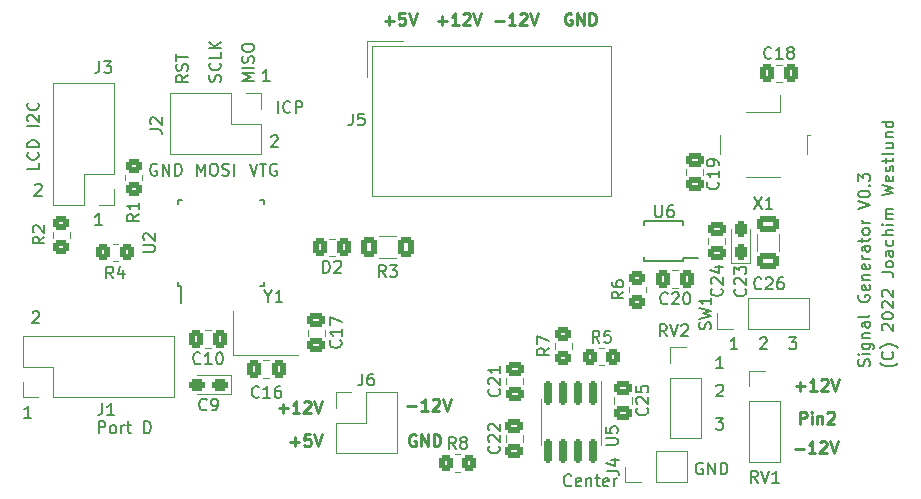
<source format=gto>
%TF.GenerationSoftware,KiCad,Pcbnew,(6.0.1)*%
%TF.CreationDate,2022-03-15T16:21:16+01:00*%
%TF.ProjectId,SignalGenerator,5369676e-616c-4476-956e-657261746f72,0.3*%
%TF.SameCoordinates,Original*%
%TF.FileFunction,Legend,Top*%
%TF.FilePolarity,Positive*%
%FSLAX46Y46*%
G04 Gerber Fmt 4.6, Leading zero omitted, Abs format (unit mm)*
G04 Created by KiCad (PCBNEW (6.0.1)) date 2022-03-15 16:21:16*
%MOMM*%
%LPD*%
G01*
G04 APERTURE LIST*
G04 Aperture macros list*
%AMRoundRect*
0 Rectangle with rounded corners*
0 $1 Rounding radius*
0 $2 $3 $4 $5 $6 $7 $8 $9 X,Y pos of 4 corners*
0 Add a 4 corners polygon primitive as box body*
4,1,4,$2,$3,$4,$5,$6,$7,$8,$9,$2,$3,0*
0 Add four circle primitives for the rounded corners*
1,1,$1+$1,$2,$3*
1,1,$1+$1,$4,$5*
1,1,$1+$1,$6,$7*
1,1,$1+$1,$8,$9*
0 Add four rect primitives between the rounded corners*
20,1,$1+$1,$2,$3,$4,$5,0*
20,1,$1+$1,$4,$5,$6,$7,0*
20,1,$1+$1,$6,$7,$8,$9,0*
20,1,$1+$1,$8,$9,$2,$3,0*%
G04 Aperture macros list end*
%ADD10C,0.150000*%
%ADD11C,0.250000*%
%ADD12C,0.200000*%
%ADD13C,0.300000*%
%ADD14C,0.120000*%
%ADD15R,1.700000X1.700000*%
%ADD16O,1.700000X1.700000*%
%ADD17RoundRect,0.250000X-0.475000X0.337500X-0.475000X-0.337500X0.475000X-0.337500X0.475000X0.337500X0*%
%ADD18C,3.200000*%
%ADD19RoundRect,0.250000X-0.400000X-0.625000X0.400000X-0.625000X0.400000X0.625000X-0.400000X0.625000X0*%
%ADD20RoundRect,0.250000X0.337500X0.475000X-0.337500X0.475000X-0.337500X-0.475000X0.337500X-0.475000X0*%
%ADD21RoundRect,0.250000X0.475000X-0.337500X0.475000X0.337500X-0.475000X0.337500X-0.475000X-0.337500X0*%
%ADD22RoundRect,0.250000X0.275000X-0.400000X0.275000X0.400000X-0.275000X0.400000X-0.275000X-0.400000X0*%
%ADD23R,1.400000X0.300000*%
%ADD24RoundRect,0.250000X-0.337500X-0.475000X0.337500X-0.475000X0.337500X0.475000X-0.337500X0.475000X0*%
%ADD25RoundRect,0.250000X0.450000X-0.350000X0.450000X0.350000X-0.450000X0.350000X-0.450000X-0.350000X0*%
%ADD26RoundRect,0.250000X-0.350000X-0.450000X0.350000X-0.450000X0.350000X0.450000X-0.350000X0.450000X0*%
%ADD27R,1.980000X3.000000*%
%ADD28R,3.000000X3.000000*%
%ADD29C,3.000000*%
%ADD30RoundRect,0.250000X0.400000X0.275000X-0.400000X0.275000X-0.400000X-0.275000X0.400000X-0.275000X0*%
%ADD31RoundRect,0.250000X0.650000X-0.412500X0.650000X0.412500X-0.650000X0.412500X-0.650000X-0.412500X0*%
%ADD32R,2.250000X1.500000*%
%ADD33R,2.250000X1.575000*%
%ADD34R,2.250000X1.450000*%
%ADD35R,0.550000X1.600000*%
%ADD36R,1.600000X0.550000*%
%ADD37RoundRect,0.250000X0.350000X0.450000X-0.350000X0.450000X-0.350000X-0.450000X0.350000X-0.450000X0*%
%ADD38RoundRect,0.250000X-0.450000X0.350000X-0.450000X-0.350000X0.450000X-0.350000X0.450000X0.350000X0*%
%ADD39RoundRect,0.150000X-0.150000X0.825000X-0.150000X-0.825000X0.150000X-0.825000X0.150000X0.825000X0*%
G04 APERTURE END LIST*
D10*
X180485714Y-107227380D02*
X179914285Y-107227380D01*
X180200000Y-107227380D02*
X180200000Y-106227380D01*
X180104761Y-106370238D01*
X180009523Y-106465476D01*
X179914285Y-106513095D01*
X122014285Y-102522619D02*
X122061904Y-102475000D01*
X122157142Y-102427380D01*
X122395238Y-102427380D01*
X122490476Y-102475000D01*
X122538095Y-102522619D01*
X122585714Y-102617857D01*
X122585714Y-102713095D01*
X122538095Y-102855952D01*
X121966666Y-103427380D01*
X122585714Y-103427380D01*
X122214285Y-91722619D02*
X122261904Y-91675000D01*
X122357142Y-91627380D01*
X122595238Y-91627380D01*
X122690476Y-91675000D01*
X122738095Y-91722619D01*
X122785714Y-91817857D01*
X122785714Y-91913095D01*
X122738095Y-92055952D01*
X122166666Y-92627380D01*
X122785714Y-92627380D01*
X179866666Y-111427380D02*
X180485714Y-111427380D01*
X180152380Y-111808333D01*
X180295238Y-111808333D01*
X180390476Y-111855952D01*
X180438095Y-111903571D01*
X180485714Y-111998809D01*
X180485714Y-112236904D01*
X180438095Y-112332142D01*
X180390476Y-112379761D01*
X180295238Y-112427380D01*
X180009523Y-112427380D01*
X179914285Y-112379761D01*
X179866666Y-112332142D01*
X135928571Y-90927380D02*
X135928571Y-89927380D01*
X136261904Y-90641666D01*
X136595238Y-89927380D01*
X136595238Y-90927380D01*
X137261904Y-89927380D02*
X137452380Y-89927380D01*
X137547619Y-89975000D01*
X137642857Y-90070238D01*
X137690476Y-90260714D01*
X137690476Y-90594047D01*
X137642857Y-90784523D01*
X137547619Y-90879761D01*
X137452380Y-90927380D01*
X137261904Y-90927380D01*
X137166666Y-90879761D01*
X137071428Y-90784523D01*
X137023809Y-90594047D01*
X137023809Y-90260714D01*
X137071428Y-90070238D01*
X137166666Y-89975000D01*
X137261904Y-89927380D01*
X138071428Y-90879761D02*
X138214285Y-90927380D01*
X138452380Y-90927380D01*
X138547619Y-90879761D01*
X138595238Y-90832142D01*
X138642857Y-90736904D01*
X138642857Y-90641666D01*
X138595238Y-90546428D01*
X138547619Y-90498809D01*
X138452380Y-90451190D01*
X138261904Y-90403571D01*
X138166666Y-90355952D01*
X138119047Y-90308333D01*
X138071428Y-90213095D01*
X138071428Y-90117857D01*
X138119047Y-90022619D01*
X138166666Y-89975000D01*
X138261904Y-89927380D01*
X138500000Y-89927380D01*
X138642857Y-89975000D01*
X139071428Y-90927380D02*
X139071428Y-89927380D01*
D11*
X154438095Y-112875000D02*
X154342857Y-112827380D01*
X154200000Y-112827380D01*
X154057142Y-112875000D01*
X153961904Y-112970238D01*
X153914285Y-113065476D01*
X153866666Y-113255952D01*
X153866666Y-113398809D01*
X153914285Y-113589285D01*
X153961904Y-113684523D01*
X154057142Y-113779761D01*
X154200000Y-113827380D01*
X154295238Y-113827380D01*
X154438095Y-113779761D01*
X154485714Y-113732142D01*
X154485714Y-113398809D01*
X154295238Y-113398809D01*
X154914285Y-113827380D02*
X154914285Y-112827380D01*
X155485714Y-113827380D01*
X155485714Y-112827380D01*
X155961904Y-113827380D02*
X155961904Y-112827380D01*
X156200000Y-112827380D01*
X156342857Y-112875000D01*
X156438095Y-112970238D01*
X156485714Y-113065476D01*
X156533333Y-113255952D01*
X156533333Y-113398809D01*
X156485714Y-113589285D01*
X156438095Y-113684523D01*
X156342857Y-113779761D01*
X156200000Y-113827380D01*
X155961904Y-113827380D01*
D12*
X195283333Y-106796428D02*
X195235714Y-106844047D01*
X195092857Y-106939285D01*
X194997619Y-106986904D01*
X194854761Y-107034523D01*
X194616666Y-107082142D01*
X194426190Y-107082142D01*
X194188095Y-107034523D01*
X194045238Y-106986904D01*
X193950000Y-106939285D01*
X193807142Y-106844047D01*
X193759523Y-106796428D01*
X194807142Y-105844047D02*
X194854761Y-105891666D01*
X194902380Y-106034523D01*
X194902380Y-106129761D01*
X194854761Y-106272619D01*
X194759523Y-106367857D01*
X194664285Y-106415476D01*
X194473809Y-106463095D01*
X194330952Y-106463095D01*
X194140476Y-106415476D01*
X194045238Y-106367857D01*
X193950000Y-106272619D01*
X193902380Y-106129761D01*
X193902380Y-106034523D01*
X193950000Y-105891666D01*
X193997619Y-105844047D01*
X195283333Y-105510714D02*
X195235714Y-105463095D01*
X195092857Y-105367857D01*
X194997619Y-105320238D01*
X194854761Y-105272619D01*
X194616666Y-105225000D01*
X194426190Y-105225000D01*
X194188095Y-105272619D01*
X194045238Y-105320238D01*
X193950000Y-105367857D01*
X193807142Y-105463095D01*
X193759523Y-105510714D01*
X193997619Y-104034523D02*
X193950000Y-103986904D01*
X193902380Y-103891666D01*
X193902380Y-103653571D01*
X193950000Y-103558333D01*
X193997619Y-103510714D01*
X194092857Y-103463095D01*
X194188095Y-103463095D01*
X194330952Y-103510714D01*
X194902380Y-104082142D01*
X194902380Y-103463095D01*
X193902380Y-102844047D02*
X193902380Y-102748809D01*
X193950000Y-102653571D01*
X193997619Y-102605952D01*
X194092857Y-102558333D01*
X194283333Y-102510714D01*
X194521428Y-102510714D01*
X194711904Y-102558333D01*
X194807142Y-102605952D01*
X194854761Y-102653571D01*
X194902380Y-102748809D01*
X194902380Y-102844047D01*
X194854761Y-102939285D01*
X194807142Y-102986904D01*
X194711904Y-103034523D01*
X194521428Y-103082142D01*
X194283333Y-103082142D01*
X194092857Y-103034523D01*
X193997619Y-102986904D01*
X193950000Y-102939285D01*
X193902380Y-102844047D01*
X193997619Y-102129761D02*
X193950000Y-102082142D01*
X193902380Y-101986904D01*
X193902380Y-101748809D01*
X193950000Y-101653571D01*
X193997619Y-101605952D01*
X194092857Y-101558333D01*
X194188095Y-101558333D01*
X194330952Y-101605952D01*
X194902380Y-102177380D01*
X194902380Y-101558333D01*
X193997619Y-101177380D02*
X193950000Y-101129761D01*
X193902380Y-101034523D01*
X193902380Y-100796428D01*
X193950000Y-100701190D01*
X193997619Y-100653571D01*
X194092857Y-100605952D01*
X194188095Y-100605952D01*
X194330952Y-100653571D01*
X194902380Y-101225000D01*
X194902380Y-100605952D01*
X193902380Y-99129761D02*
X194616666Y-99129761D01*
X194759523Y-99177380D01*
X194854761Y-99272619D01*
X194902380Y-99415476D01*
X194902380Y-99510714D01*
X194902380Y-98510714D02*
X194854761Y-98605952D01*
X194807142Y-98653571D01*
X194711904Y-98701190D01*
X194426190Y-98701190D01*
X194330952Y-98653571D01*
X194283333Y-98605952D01*
X194235714Y-98510714D01*
X194235714Y-98367857D01*
X194283333Y-98272619D01*
X194330952Y-98225000D01*
X194426190Y-98177380D01*
X194711904Y-98177380D01*
X194807142Y-98225000D01*
X194854761Y-98272619D01*
X194902380Y-98367857D01*
X194902380Y-98510714D01*
X194902380Y-97320238D02*
X194378571Y-97320238D01*
X194283333Y-97367857D01*
X194235714Y-97463095D01*
X194235714Y-97653571D01*
X194283333Y-97748809D01*
X194854761Y-97320238D02*
X194902380Y-97415476D01*
X194902380Y-97653571D01*
X194854761Y-97748809D01*
X194759523Y-97796428D01*
X194664285Y-97796428D01*
X194569047Y-97748809D01*
X194521428Y-97653571D01*
X194521428Y-97415476D01*
X194473809Y-97320238D01*
X194854761Y-96415476D02*
X194902380Y-96510714D01*
X194902380Y-96701190D01*
X194854761Y-96796428D01*
X194807142Y-96844047D01*
X194711904Y-96891666D01*
X194426190Y-96891666D01*
X194330952Y-96844047D01*
X194283333Y-96796428D01*
X194235714Y-96701190D01*
X194235714Y-96510714D01*
X194283333Y-96415476D01*
X194902380Y-95986904D02*
X193902380Y-95986904D01*
X194902380Y-95558333D02*
X194378571Y-95558333D01*
X194283333Y-95605952D01*
X194235714Y-95701190D01*
X194235714Y-95844047D01*
X194283333Y-95939285D01*
X194330952Y-95986904D01*
X194902380Y-95082142D02*
X194235714Y-95082142D01*
X193902380Y-95082142D02*
X193950000Y-95129761D01*
X193997619Y-95082142D01*
X193950000Y-95034523D01*
X193902380Y-95082142D01*
X193997619Y-95082142D01*
X194902380Y-94605952D02*
X194235714Y-94605952D01*
X194330952Y-94605952D02*
X194283333Y-94558333D01*
X194235714Y-94463095D01*
X194235714Y-94320238D01*
X194283333Y-94225000D01*
X194378571Y-94177380D01*
X194902380Y-94177380D01*
X194378571Y-94177380D02*
X194283333Y-94129761D01*
X194235714Y-94034523D01*
X194235714Y-93891666D01*
X194283333Y-93796428D01*
X194378571Y-93748809D01*
X194902380Y-93748809D01*
X193902380Y-92605952D02*
X194902380Y-92367857D01*
X194188095Y-92177380D01*
X194902380Y-91986904D01*
X193902380Y-91748809D01*
X194854761Y-90986904D02*
X194902380Y-91082142D01*
X194902380Y-91272619D01*
X194854761Y-91367857D01*
X194759523Y-91415476D01*
X194378571Y-91415476D01*
X194283333Y-91367857D01*
X194235714Y-91272619D01*
X194235714Y-91082142D01*
X194283333Y-90986904D01*
X194378571Y-90939285D01*
X194473809Y-90939285D01*
X194569047Y-91415476D01*
X194854761Y-90558333D02*
X194902380Y-90463095D01*
X194902380Y-90272619D01*
X194854761Y-90177380D01*
X194759523Y-90129761D01*
X194711904Y-90129761D01*
X194616666Y-90177380D01*
X194569047Y-90272619D01*
X194569047Y-90415476D01*
X194521428Y-90510714D01*
X194426190Y-90558333D01*
X194378571Y-90558333D01*
X194283333Y-90510714D01*
X194235714Y-90415476D01*
X194235714Y-90272619D01*
X194283333Y-90177380D01*
X194235714Y-89844047D02*
X194235714Y-89463095D01*
X193902380Y-89701190D02*
X194759523Y-89701190D01*
X194854761Y-89653571D01*
X194902380Y-89558333D01*
X194902380Y-89463095D01*
X194902380Y-88986904D02*
X194854761Y-89082142D01*
X194759523Y-89129761D01*
X193902380Y-89129761D01*
X194235714Y-88177380D02*
X194902380Y-88177380D01*
X194235714Y-88605952D02*
X194759523Y-88605952D01*
X194854761Y-88558333D01*
X194902380Y-88463095D01*
X194902380Y-88320238D01*
X194854761Y-88225000D01*
X194807142Y-88177380D01*
X194235714Y-87701190D02*
X194902380Y-87701190D01*
X194330952Y-87701190D02*
X194283333Y-87653571D01*
X194235714Y-87558333D01*
X194235714Y-87415476D01*
X194283333Y-87320238D01*
X194378571Y-87272619D01*
X194902380Y-87272619D01*
X194902380Y-86367857D02*
X193902380Y-86367857D01*
X194854761Y-86367857D02*
X194902380Y-86463095D01*
X194902380Y-86653571D01*
X194854761Y-86748809D01*
X194807142Y-86796428D01*
X194711904Y-86844047D01*
X194426190Y-86844047D01*
X194330952Y-86796428D01*
X194283333Y-86748809D01*
X194235714Y-86653571D01*
X194235714Y-86463095D01*
X194283333Y-86367857D01*
D11*
X153738095Y-110446428D02*
X154500000Y-110446428D01*
X155500000Y-110827380D02*
X154928571Y-110827380D01*
X155214285Y-110827380D02*
X155214285Y-109827380D01*
X155119047Y-109970238D01*
X155023809Y-110065476D01*
X154928571Y-110113095D01*
X155880952Y-109922619D02*
X155928571Y-109875000D01*
X156023809Y-109827380D01*
X156261904Y-109827380D01*
X156357142Y-109875000D01*
X156404761Y-109922619D01*
X156452380Y-110017857D01*
X156452380Y-110113095D01*
X156404761Y-110255952D01*
X155833333Y-110827380D01*
X156452380Y-110827380D01*
X156738095Y-109827380D02*
X157071428Y-110827380D01*
X157404761Y-109827380D01*
D10*
X178738095Y-115275000D02*
X178642857Y-115227380D01*
X178500000Y-115227380D01*
X178357142Y-115275000D01*
X178261904Y-115370238D01*
X178214285Y-115465476D01*
X178166666Y-115655952D01*
X178166666Y-115798809D01*
X178214285Y-115989285D01*
X178261904Y-116084523D01*
X178357142Y-116179761D01*
X178500000Y-116227380D01*
X178595238Y-116227380D01*
X178738095Y-116179761D01*
X178785714Y-116132142D01*
X178785714Y-115798809D01*
X178595238Y-115798809D01*
X179214285Y-116227380D02*
X179214285Y-115227380D01*
X179785714Y-116227380D01*
X179785714Y-115227380D01*
X180261904Y-116227380D02*
X180261904Y-115227380D01*
X180500000Y-115227380D01*
X180642857Y-115275000D01*
X180738095Y-115370238D01*
X180785714Y-115465476D01*
X180833333Y-115655952D01*
X180833333Y-115798809D01*
X180785714Y-115989285D01*
X180738095Y-116084523D01*
X180642857Y-116179761D01*
X180500000Y-116227380D01*
X180261904Y-116227380D01*
X142085714Y-82927380D02*
X141514285Y-82927380D01*
X141800000Y-82927380D02*
X141800000Y-81927380D01*
X141704761Y-82070238D01*
X141609523Y-82165476D01*
X141514285Y-82213095D01*
X135152380Y-82422619D02*
X134676190Y-82755952D01*
X135152380Y-82994047D02*
X134152380Y-82994047D01*
X134152380Y-82613095D01*
X134200000Y-82517857D01*
X134247619Y-82470238D01*
X134342857Y-82422619D01*
X134485714Y-82422619D01*
X134580952Y-82470238D01*
X134628571Y-82517857D01*
X134676190Y-82613095D01*
X134676190Y-82994047D01*
X135104761Y-82041666D02*
X135152380Y-81898809D01*
X135152380Y-81660714D01*
X135104761Y-81565476D01*
X135057142Y-81517857D01*
X134961904Y-81470238D01*
X134866666Y-81470238D01*
X134771428Y-81517857D01*
X134723809Y-81565476D01*
X134676190Y-81660714D01*
X134628571Y-81851190D01*
X134580952Y-81946428D01*
X134533333Y-81994047D01*
X134438095Y-82041666D01*
X134342857Y-82041666D01*
X134247619Y-81994047D01*
X134200000Y-81946428D01*
X134152380Y-81851190D01*
X134152380Y-81613095D01*
X134200000Y-81470238D01*
X134152380Y-81184523D02*
X134152380Y-80613095D01*
X135152380Y-80898809D02*
X134152380Y-80898809D01*
X167604761Y-117132142D02*
X167557142Y-117179761D01*
X167414285Y-117227380D01*
X167319047Y-117227380D01*
X167176190Y-117179761D01*
X167080952Y-117084523D01*
X167033333Y-116989285D01*
X166985714Y-116798809D01*
X166985714Y-116655952D01*
X167033333Y-116465476D01*
X167080952Y-116370238D01*
X167176190Y-116275000D01*
X167319047Y-116227380D01*
X167414285Y-116227380D01*
X167557142Y-116275000D01*
X167604761Y-116322619D01*
X168414285Y-117179761D02*
X168319047Y-117227380D01*
X168128571Y-117227380D01*
X168033333Y-117179761D01*
X167985714Y-117084523D01*
X167985714Y-116703571D01*
X168033333Y-116608333D01*
X168128571Y-116560714D01*
X168319047Y-116560714D01*
X168414285Y-116608333D01*
X168461904Y-116703571D01*
X168461904Y-116798809D01*
X167985714Y-116894047D01*
X168890476Y-116560714D02*
X168890476Y-117227380D01*
X168890476Y-116655952D02*
X168938095Y-116608333D01*
X169033333Y-116560714D01*
X169176190Y-116560714D01*
X169271428Y-116608333D01*
X169319047Y-116703571D01*
X169319047Y-117227380D01*
X169652380Y-116560714D02*
X170033333Y-116560714D01*
X169795238Y-116227380D02*
X169795238Y-117084523D01*
X169842857Y-117179761D01*
X169938095Y-117227380D01*
X170033333Y-117227380D01*
X170747619Y-117179761D02*
X170652380Y-117227380D01*
X170461904Y-117227380D01*
X170366666Y-117179761D01*
X170319047Y-117084523D01*
X170319047Y-116703571D01*
X170366666Y-116608333D01*
X170461904Y-116560714D01*
X170652380Y-116560714D01*
X170747619Y-116608333D01*
X170795238Y-116703571D01*
X170795238Y-116798809D01*
X170319047Y-116894047D01*
X171223809Y-117227380D02*
X171223809Y-116560714D01*
X171223809Y-116751190D02*
X171271428Y-116655952D01*
X171319047Y-116608333D01*
X171414285Y-116560714D01*
X171509523Y-116560714D01*
X127885714Y-95127380D02*
X127314285Y-95127380D01*
X127600000Y-95127380D02*
X127600000Y-94127380D01*
X127504761Y-94270238D01*
X127409523Y-94365476D01*
X127314285Y-94413095D01*
D11*
X167638095Y-77225000D02*
X167542857Y-77177380D01*
X167400000Y-77177380D01*
X167257142Y-77225000D01*
X167161904Y-77320238D01*
X167114285Y-77415476D01*
X167066666Y-77605952D01*
X167066666Y-77748809D01*
X167114285Y-77939285D01*
X167161904Y-78034523D01*
X167257142Y-78129761D01*
X167400000Y-78177380D01*
X167495238Y-78177380D01*
X167638095Y-78129761D01*
X167685714Y-78082142D01*
X167685714Y-77748809D01*
X167495238Y-77748809D01*
X168114285Y-78177380D02*
X168114285Y-77177380D01*
X168685714Y-78177380D01*
X168685714Y-77177380D01*
X169161904Y-78177380D02*
X169161904Y-77177380D01*
X169400000Y-77177380D01*
X169542857Y-77225000D01*
X169638095Y-77320238D01*
X169685714Y-77415476D01*
X169733333Y-77605952D01*
X169733333Y-77748809D01*
X169685714Y-77939285D01*
X169638095Y-78034523D01*
X169542857Y-78129761D01*
X169400000Y-78177380D01*
X169161904Y-78177380D01*
D10*
X142800000Y-85627380D02*
X142800000Y-84627380D01*
X143847619Y-85532142D02*
X143800000Y-85579761D01*
X143657142Y-85627380D01*
X143561904Y-85627380D01*
X143419047Y-85579761D01*
X143323809Y-85484523D01*
X143276190Y-85389285D01*
X143228571Y-85198809D01*
X143228571Y-85055952D01*
X143276190Y-84865476D01*
X143323809Y-84770238D01*
X143419047Y-84675000D01*
X143561904Y-84627380D01*
X143657142Y-84627380D01*
X143800000Y-84675000D01*
X143847619Y-84722619D01*
X144276190Y-85627380D02*
X144276190Y-84627380D01*
X144657142Y-84627380D01*
X144752380Y-84675000D01*
X144800000Y-84722619D01*
X144847619Y-84817857D01*
X144847619Y-84960714D01*
X144800000Y-85055952D01*
X144752380Y-85103571D01*
X144657142Y-85151190D01*
X144276190Y-85151190D01*
X181685714Y-105627380D02*
X181114285Y-105627380D01*
X181400000Y-105627380D02*
X181400000Y-104627380D01*
X181304761Y-104770238D01*
X181209523Y-104865476D01*
X181114285Y-104913095D01*
D11*
X186538095Y-114046428D02*
X187300000Y-114046428D01*
X188300000Y-114427380D02*
X187728571Y-114427380D01*
X188014285Y-114427380D02*
X188014285Y-113427380D01*
X187919047Y-113570238D01*
X187823809Y-113665476D01*
X187728571Y-113713095D01*
X188680952Y-113522619D02*
X188728571Y-113475000D01*
X188823809Y-113427380D01*
X189061904Y-113427380D01*
X189157142Y-113475000D01*
X189204761Y-113522619D01*
X189252380Y-113617857D01*
X189252380Y-113713095D01*
X189204761Y-113855952D01*
X188633333Y-114427380D01*
X189252380Y-114427380D01*
X189538095Y-113427380D02*
X189871428Y-114427380D01*
X190204761Y-113427380D01*
X151814285Y-77796428D02*
X152576190Y-77796428D01*
X152195238Y-78177380D02*
X152195238Y-77415476D01*
X153528571Y-77177380D02*
X153052380Y-77177380D01*
X153004761Y-77653571D01*
X153052380Y-77605952D01*
X153147619Y-77558333D01*
X153385714Y-77558333D01*
X153480952Y-77605952D01*
X153528571Y-77653571D01*
X153576190Y-77748809D01*
X153576190Y-77986904D01*
X153528571Y-78082142D01*
X153480952Y-78129761D01*
X153385714Y-78177380D01*
X153147619Y-78177380D01*
X153052380Y-78129761D01*
X153004761Y-78082142D01*
X153861904Y-77177380D02*
X154195238Y-78177380D01*
X154528571Y-77177380D01*
D10*
X121885714Y-111427380D02*
X121314285Y-111427380D01*
X121600000Y-111427380D02*
X121600000Y-110427380D01*
X121504761Y-110570238D01*
X121409523Y-110665476D01*
X121314285Y-110713095D01*
X140752380Y-82946428D02*
X139752380Y-82946428D01*
X140466666Y-82613095D01*
X139752380Y-82279761D01*
X140752380Y-82279761D01*
X140752380Y-81803571D02*
X139752380Y-81803571D01*
X140704761Y-81375000D02*
X140752380Y-81232142D01*
X140752380Y-80994047D01*
X140704761Y-80898809D01*
X140657142Y-80851190D01*
X140561904Y-80803571D01*
X140466666Y-80803571D01*
X140371428Y-80851190D01*
X140323809Y-80898809D01*
X140276190Y-80994047D01*
X140228571Y-81184523D01*
X140180952Y-81279761D01*
X140133333Y-81327380D01*
X140038095Y-81375000D01*
X139942857Y-81375000D01*
X139847619Y-81327380D01*
X139800000Y-81279761D01*
X139752380Y-81184523D01*
X139752380Y-80946428D01*
X139800000Y-80803571D01*
X139752380Y-80184523D02*
X139752380Y-79994047D01*
X139800000Y-79898809D01*
X139895238Y-79803571D01*
X140085714Y-79755952D01*
X140419047Y-79755952D01*
X140609523Y-79803571D01*
X140704761Y-79898809D01*
X140752380Y-79994047D01*
X140752380Y-80184523D01*
X140704761Y-80279761D01*
X140609523Y-80375000D01*
X140419047Y-80422619D01*
X140085714Y-80422619D01*
X139895238Y-80375000D01*
X139800000Y-80279761D01*
X139752380Y-80184523D01*
X186066666Y-104627380D02*
X186685714Y-104627380D01*
X186352380Y-105008333D01*
X186495238Y-105008333D01*
X186590476Y-105055952D01*
X186638095Y-105103571D01*
X186685714Y-105198809D01*
X186685714Y-105436904D01*
X186638095Y-105532142D01*
X186590476Y-105579761D01*
X186495238Y-105627380D01*
X186209523Y-105627380D01*
X186114285Y-105579761D01*
X186066666Y-105532142D01*
X183614285Y-104722619D02*
X183661904Y-104675000D01*
X183757142Y-104627380D01*
X183995238Y-104627380D01*
X184090476Y-104675000D01*
X184138095Y-104722619D01*
X184185714Y-104817857D01*
X184185714Y-104913095D01*
X184138095Y-105055952D01*
X183566666Y-105627380D01*
X184185714Y-105627380D01*
D11*
X186971428Y-111927380D02*
X186971428Y-110927380D01*
X187352380Y-110927380D01*
X187447619Y-110975000D01*
X187495238Y-111022619D01*
X187542857Y-111117857D01*
X187542857Y-111260714D01*
X187495238Y-111355952D01*
X187447619Y-111403571D01*
X187352380Y-111451190D01*
X186971428Y-111451190D01*
X187971428Y-111927380D02*
X187971428Y-111260714D01*
X187971428Y-110927380D02*
X187923809Y-110975000D01*
X187971428Y-111022619D01*
X188019047Y-110975000D01*
X187971428Y-110927380D01*
X187971428Y-111022619D01*
X188447619Y-111260714D02*
X188447619Y-111927380D01*
X188447619Y-111355952D02*
X188495238Y-111308333D01*
X188590476Y-111260714D01*
X188733333Y-111260714D01*
X188828571Y-111308333D01*
X188876190Y-111403571D01*
X188876190Y-111927380D01*
X189304761Y-111022619D02*
X189352380Y-110975000D01*
X189447619Y-110927380D01*
X189685714Y-110927380D01*
X189780952Y-110975000D01*
X189828571Y-111022619D01*
X189876190Y-111117857D01*
X189876190Y-111213095D01*
X189828571Y-111355952D01*
X189257142Y-111927380D01*
X189876190Y-111927380D01*
D10*
X142214285Y-87622619D02*
X142261904Y-87575000D01*
X142357142Y-87527380D01*
X142595238Y-87527380D01*
X142690476Y-87575000D01*
X142738095Y-87622619D01*
X142785714Y-87717857D01*
X142785714Y-87813095D01*
X142738095Y-87955952D01*
X142166666Y-88527380D01*
X142785714Y-88527380D01*
X179914285Y-108722619D02*
X179961904Y-108675000D01*
X180057142Y-108627380D01*
X180295238Y-108627380D01*
X180390476Y-108675000D01*
X180438095Y-108722619D01*
X180485714Y-108817857D01*
X180485714Y-108913095D01*
X180438095Y-109055952D01*
X179866666Y-109627380D01*
X180485714Y-109627380D01*
X122552380Y-89860714D02*
X122552380Y-90336904D01*
X121552380Y-90336904D01*
X122457142Y-88955952D02*
X122504761Y-89003571D01*
X122552380Y-89146428D01*
X122552380Y-89241666D01*
X122504761Y-89384523D01*
X122409523Y-89479761D01*
X122314285Y-89527380D01*
X122123809Y-89575000D01*
X121980952Y-89575000D01*
X121790476Y-89527380D01*
X121695238Y-89479761D01*
X121600000Y-89384523D01*
X121552380Y-89241666D01*
X121552380Y-89146428D01*
X121600000Y-89003571D01*
X121647619Y-88955952D01*
X122552380Y-88527380D02*
X121552380Y-88527380D01*
X121552380Y-88289285D01*
X121600000Y-88146428D01*
X121695238Y-88051190D01*
X121790476Y-88003571D01*
X121980952Y-87955952D01*
X122123809Y-87955952D01*
X122314285Y-88003571D01*
X122409523Y-88051190D01*
X122504761Y-88146428D01*
X122552380Y-88289285D01*
X122552380Y-88527380D01*
X122552380Y-86765476D02*
X121552380Y-86765476D01*
X121647619Y-86336904D02*
X121600000Y-86289285D01*
X121552380Y-86194047D01*
X121552380Y-85955952D01*
X121600000Y-85860714D01*
X121647619Y-85813095D01*
X121742857Y-85765476D01*
X121838095Y-85765476D01*
X121980952Y-85813095D01*
X122552380Y-86384523D01*
X122552380Y-85765476D01*
X122457142Y-84765476D02*
X122504761Y-84813095D01*
X122552380Y-84955952D01*
X122552380Y-85051190D01*
X122504761Y-85194047D01*
X122409523Y-85289285D01*
X122314285Y-85336904D01*
X122123809Y-85384523D01*
X121980952Y-85384523D01*
X121790476Y-85336904D01*
X121695238Y-85289285D01*
X121600000Y-85194047D01*
X121552380Y-85051190D01*
X121552380Y-84955952D01*
X121600000Y-84813095D01*
X121647619Y-84765476D01*
X127609523Y-112727380D02*
X127609523Y-111727380D01*
X127990476Y-111727380D01*
X128085714Y-111775000D01*
X128133333Y-111822619D01*
X128180952Y-111917857D01*
X128180952Y-112060714D01*
X128133333Y-112155952D01*
X128085714Y-112203571D01*
X127990476Y-112251190D01*
X127609523Y-112251190D01*
X128752380Y-112727380D02*
X128657142Y-112679761D01*
X128609523Y-112632142D01*
X128561904Y-112536904D01*
X128561904Y-112251190D01*
X128609523Y-112155952D01*
X128657142Y-112108333D01*
X128752380Y-112060714D01*
X128895238Y-112060714D01*
X128990476Y-112108333D01*
X129038095Y-112155952D01*
X129085714Y-112251190D01*
X129085714Y-112536904D01*
X129038095Y-112632142D01*
X128990476Y-112679761D01*
X128895238Y-112727380D01*
X128752380Y-112727380D01*
X129514285Y-112727380D02*
X129514285Y-112060714D01*
X129514285Y-112251190D02*
X129561904Y-112155952D01*
X129609523Y-112108333D01*
X129704761Y-112060714D01*
X129800000Y-112060714D01*
X129990476Y-112060714D02*
X130371428Y-112060714D01*
X130133333Y-111727380D02*
X130133333Y-112584523D01*
X130180952Y-112679761D01*
X130276190Y-112727380D01*
X130371428Y-112727380D01*
X131466666Y-112727380D02*
X131466666Y-111727380D01*
X131704761Y-111727380D01*
X131847619Y-111775000D01*
X131942857Y-111870238D01*
X131990476Y-111965476D01*
X132038095Y-112155952D01*
X132038095Y-112298809D01*
X131990476Y-112489285D01*
X131942857Y-112584523D01*
X131847619Y-112679761D01*
X131704761Y-112727380D01*
X131466666Y-112727380D01*
X132538095Y-89975000D02*
X132442857Y-89927380D01*
X132300000Y-89927380D01*
X132157142Y-89975000D01*
X132061904Y-90070238D01*
X132014285Y-90165476D01*
X131966666Y-90355952D01*
X131966666Y-90498809D01*
X132014285Y-90689285D01*
X132061904Y-90784523D01*
X132157142Y-90879761D01*
X132300000Y-90927380D01*
X132395238Y-90927380D01*
X132538095Y-90879761D01*
X132585714Y-90832142D01*
X132585714Y-90498809D01*
X132395238Y-90498809D01*
X133014285Y-90927380D02*
X133014285Y-89927380D01*
X133585714Y-90927380D01*
X133585714Y-89927380D01*
X134061904Y-90927380D02*
X134061904Y-89927380D01*
X134300000Y-89927380D01*
X134442857Y-89975000D01*
X134538095Y-90070238D01*
X134585714Y-90165476D01*
X134633333Y-90355952D01*
X134633333Y-90498809D01*
X134585714Y-90689285D01*
X134538095Y-90784523D01*
X134442857Y-90879761D01*
X134300000Y-90927380D01*
X134061904Y-90927380D01*
X140385714Y-89927380D02*
X140719047Y-90927380D01*
X141052380Y-89927380D01*
X141242857Y-89927380D02*
X141814285Y-89927380D01*
X141528571Y-90927380D02*
X141528571Y-89927380D01*
X142671428Y-89975000D02*
X142576190Y-89927380D01*
X142433333Y-89927380D01*
X142290476Y-89975000D01*
X142195238Y-90070238D01*
X142147619Y-90165476D01*
X142100000Y-90355952D01*
X142100000Y-90498809D01*
X142147619Y-90689285D01*
X142195238Y-90784523D01*
X142290476Y-90879761D01*
X142433333Y-90927380D01*
X142528571Y-90927380D01*
X142671428Y-90879761D01*
X142719047Y-90832142D01*
X142719047Y-90498809D01*
X142528571Y-90498809D01*
D11*
X156338095Y-77796428D02*
X157100000Y-77796428D01*
X156719047Y-78177380D02*
X156719047Y-77415476D01*
X158100000Y-78177380D02*
X157528571Y-78177380D01*
X157814285Y-78177380D02*
X157814285Y-77177380D01*
X157719047Y-77320238D01*
X157623809Y-77415476D01*
X157528571Y-77463095D01*
X158480952Y-77272619D02*
X158528571Y-77225000D01*
X158623809Y-77177380D01*
X158861904Y-77177380D01*
X158957142Y-77225000D01*
X159004761Y-77272619D01*
X159052380Y-77367857D01*
X159052380Y-77463095D01*
X159004761Y-77605952D01*
X158433333Y-78177380D01*
X159052380Y-78177380D01*
X159338095Y-77177380D02*
X159671428Y-78177380D01*
X160004761Y-77177380D01*
X143814285Y-113446428D02*
X144576190Y-113446428D01*
X144195238Y-113827380D02*
X144195238Y-113065476D01*
X145528571Y-112827380D02*
X145052380Y-112827380D01*
X145004761Y-113303571D01*
X145052380Y-113255952D01*
X145147619Y-113208333D01*
X145385714Y-113208333D01*
X145480952Y-113255952D01*
X145528571Y-113303571D01*
X145576190Y-113398809D01*
X145576190Y-113636904D01*
X145528571Y-113732142D01*
X145480952Y-113779761D01*
X145385714Y-113827380D01*
X145147619Y-113827380D01*
X145052380Y-113779761D01*
X145004761Y-113732142D01*
X145861904Y-112827380D02*
X146195238Y-113827380D01*
X146528571Y-112827380D01*
D12*
X192854761Y-107067857D02*
X192902380Y-106925000D01*
X192902380Y-106686904D01*
X192854761Y-106591666D01*
X192807142Y-106544047D01*
X192711904Y-106496428D01*
X192616666Y-106496428D01*
X192521428Y-106544047D01*
X192473809Y-106591666D01*
X192426190Y-106686904D01*
X192378571Y-106877380D01*
X192330952Y-106972619D01*
X192283333Y-107020238D01*
X192188095Y-107067857D01*
X192092857Y-107067857D01*
X191997619Y-107020238D01*
X191950000Y-106972619D01*
X191902380Y-106877380D01*
X191902380Y-106639285D01*
X191950000Y-106496428D01*
X192902380Y-106067857D02*
X192235714Y-106067857D01*
X191902380Y-106067857D02*
X191950000Y-106115476D01*
X191997619Y-106067857D01*
X191950000Y-106020238D01*
X191902380Y-106067857D01*
X191997619Y-106067857D01*
X192235714Y-105163095D02*
X193045238Y-105163095D01*
X193140476Y-105210714D01*
X193188095Y-105258333D01*
X193235714Y-105353571D01*
X193235714Y-105496428D01*
X193188095Y-105591666D01*
X192854761Y-105163095D02*
X192902380Y-105258333D01*
X192902380Y-105448809D01*
X192854761Y-105544047D01*
X192807142Y-105591666D01*
X192711904Y-105639285D01*
X192426190Y-105639285D01*
X192330952Y-105591666D01*
X192283333Y-105544047D01*
X192235714Y-105448809D01*
X192235714Y-105258333D01*
X192283333Y-105163095D01*
X192235714Y-104686904D02*
X192902380Y-104686904D01*
X192330952Y-104686904D02*
X192283333Y-104639285D01*
X192235714Y-104544047D01*
X192235714Y-104401190D01*
X192283333Y-104305952D01*
X192378571Y-104258333D01*
X192902380Y-104258333D01*
X192902380Y-103353571D02*
X192378571Y-103353571D01*
X192283333Y-103401190D01*
X192235714Y-103496428D01*
X192235714Y-103686904D01*
X192283333Y-103782142D01*
X192854761Y-103353571D02*
X192902380Y-103448809D01*
X192902380Y-103686904D01*
X192854761Y-103782142D01*
X192759523Y-103829761D01*
X192664285Y-103829761D01*
X192569047Y-103782142D01*
X192521428Y-103686904D01*
X192521428Y-103448809D01*
X192473809Y-103353571D01*
X192902380Y-102734523D02*
X192854761Y-102829761D01*
X192759523Y-102877380D01*
X191902380Y-102877380D01*
X191950000Y-101067857D02*
X191902380Y-101163095D01*
X191902380Y-101305952D01*
X191950000Y-101448809D01*
X192045238Y-101544047D01*
X192140476Y-101591666D01*
X192330952Y-101639285D01*
X192473809Y-101639285D01*
X192664285Y-101591666D01*
X192759523Y-101544047D01*
X192854761Y-101448809D01*
X192902380Y-101305952D01*
X192902380Y-101210714D01*
X192854761Y-101067857D01*
X192807142Y-101020238D01*
X192473809Y-101020238D01*
X192473809Y-101210714D01*
X192854761Y-100210714D02*
X192902380Y-100305952D01*
X192902380Y-100496428D01*
X192854761Y-100591666D01*
X192759523Y-100639285D01*
X192378571Y-100639285D01*
X192283333Y-100591666D01*
X192235714Y-100496428D01*
X192235714Y-100305952D01*
X192283333Y-100210714D01*
X192378571Y-100163095D01*
X192473809Y-100163095D01*
X192569047Y-100639285D01*
X192235714Y-99734523D02*
X192902380Y-99734523D01*
X192330952Y-99734523D02*
X192283333Y-99686904D01*
X192235714Y-99591666D01*
X192235714Y-99448809D01*
X192283333Y-99353571D01*
X192378571Y-99305952D01*
X192902380Y-99305952D01*
X192854761Y-98448809D02*
X192902380Y-98544047D01*
X192902380Y-98734523D01*
X192854761Y-98829761D01*
X192759523Y-98877380D01*
X192378571Y-98877380D01*
X192283333Y-98829761D01*
X192235714Y-98734523D01*
X192235714Y-98544047D01*
X192283333Y-98448809D01*
X192378571Y-98401190D01*
X192473809Y-98401190D01*
X192569047Y-98877380D01*
X192902380Y-97972619D02*
X192235714Y-97972619D01*
X192426190Y-97972619D02*
X192330952Y-97925000D01*
X192283333Y-97877380D01*
X192235714Y-97782142D01*
X192235714Y-97686904D01*
X192902380Y-96925000D02*
X192378571Y-96925000D01*
X192283333Y-96972619D01*
X192235714Y-97067857D01*
X192235714Y-97258333D01*
X192283333Y-97353571D01*
X192854761Y-96925000D02*
X192902380Y-97020238D01*
X192902380Y-97258333D01*
X192854761Y-97353571D01*
X192759523Y-97401190D01*
X192664285Y-97401190D01*
X192569047Y-97353571D01*
X192521428Y-97258333D01*
X192521428Y-97020238D01*
X192473809Y-96925000D01*
X192235714Y-96591666D02*
X192235714Y-96210714D01*
X191902380Y-96448809D02*
X192759523Y-96448809D01*
X192854761Y-96401190D01*
X192902380Y-96305952D01*
X192902380Y-96210714D01*
X192902380Y-95734523D02*
X192854761Y-95829761D01*
X192807142Y-95877380D01*
X192711904Y-95925000D01*
X192426190Y-95925000D01*
X192330952Y-95877380D01*
X192283333Y-95829761D01*
X192235714Y-95734523D01*
X192235714Y-95591666D01*
X192283333Y-95496428D01*
X192330952Y-95448809D01*
X192426190Y-95401190D01*
X192711904Y-95401190D01*
X192807142Y-95448809D01*
X192854761Y-95496428D01*
X192902380Y-95591666D01*
X192902380Y-95734523D01*
X192902380Y-94972619D02*
X192235714Y-94972619D01*
X192426190Y-94972619D02*
X192330952Y-94925000D01*
X192283333Y-94877380D01*
X192235714Y-94782142D01*
X192235714Y-94686904D01*
X191902380Y-93734523D02*
X192902380Y-93401190D01*
X191902380Y-93067857D01*
X191902380Y-92544047D02*
X191902380Y-92448809D01*
X191950000Y-92353571D01*
X191997619Y-92305952D01*
X192092857Y-92258333D01*
X192283333Y-92210714D01*
X192521428Y-92210714D01*
X192711904Y-92258333D01*
X192807142Y-92305952D01*
X192854761Y-92353571D01*
X192902380Y-92448809D01*
X192902380Y-92544047D01*
X192854761Y-92639285D01*
X192807142Y-92686904D01*
X192711904Y-92734523D01*
X192521428Y-92782142D01*
X192283333Y-92782142D01*
X192092857Y-92734523D01*
X191997619Y-92686904D01*
X191950000Y-92639285D01*
X191902380Y-92544047D01*
X192807142Y-91782142D02*
X192854761Y-91734523D01*
X192902380Y-91782142D01*
X192854761Y-91829761D01*
X192807142Y-91782142D01*
X192902380Y-91782142D01*
X191902380Y-91401190D02*
X191902380Y-90782142D01*
X192283333Y-91115476D01*
X192283333Y-90972619D01*
X192330952Y-90877380D01*
X192378571Y-90829761D01*
X192473809Y-90782142D01*
X192711904Y-90782142D01*
X192807142Y-90829761D01*
X192854761Y-90877380D01*
X192902380Y-90972619D01*
X192902380Y-91258333D01*
X192854761Y-91353571D01*
X192807142Y-91401190D01*
D11*
X142838095Y-110646428D02*
X143600000Y-110646428D01*
X143219047Y-111027380D02*
X143219047Y-110265476D01*
X144600000Y-111027380D02*
X144028571Y-111027380D01*
X144314285Y-111027380D02*
X144314285Y-110027380D01*
X144219047Y-110170238D01*
X144123809Y-110265476D01*
X144028571Y-110313095D01*
X144980952Y-110122619D02*
X145028571Y-110075000D01*
X145123809Y-110027380D01*
X145361904Y-110027380D01*
X145457142Y-110075000D01*
X145504761Y-110122619D01*
X145552380Y-110217857D01*
X145552380Y-110313095D01*
X145504761Y-110455952D01*
X144933333Y-111027380D01*
X145552380Y-111027380D01*
X145838095Y-110027380D02*
X146171428Y-111027380D01*
X146504761Y-110027380D01*
X186638095Y-108746428D02*
X187400000Y-108746428D01*
X187019047Y-109127380D02*
X187019047Y-108365476D01*
X188400000Y-109127380D02*
X187828571Y-109127380D01*
X188114285Y-109127380D02*
X188114285Y-108127380D01*
X188019047Y-108270238D01*
X187923809Y-108365476D01*
X187828571Y-108413095D01*
X188780952Y-108222619D02*
X188828571Y-108175000D01*
X188923809Y-108127380D01*
X189161904Y-108127380D01*
X189257142Y-108175000D01*
X189304761Y-108222619D01*
X189352380Y-108317857D01*
X189352380Y-108413095D01*
X189304761Y-108555952D01*
X188733333Y-109127380D01*
X189352380Y-109127380D01*
X189638095Y-108127380D02*
X189971428Y-109127380D01*
X190304761Y-108127380D01*
D10*
X137904761Y-82965476D02*
X137952380Y-82822619D01*
X137952380Y-82584523D01*
X137904761Y-82489285D01*
X137857142Y-82441666D01*
X137761904Y-82394047D01*
X137666666Y-82394047D01*
X137571428Y-82441666D01*
X137523809Y-82489285D01*
X137476190Y-82584523D01*
X137428571Y-82775000D01*
X137380952Y-82870238D01*
X137333333Y-82917857D01*
X137238095Y-82965476D01*
X137142857Y-82965476D01*
X137047619Y-82917857D01*
X137000000Y-82870238D01*
X136952380Y-82775000D01*
X136952380Y-82536904D01*
X137000000Y-82394047D01*
X137857142Y-81394047D02*
X137904761Y-81441666D01*
X137952380Y-81584523D01*
X137952380Y-81679761D01*
X137904761Y-81822619D01*
X137809523Y-81917857D01*
X137714285Y-81965476D01*
X137523809Y-82013095D01*
X137380952Y-82013095D01*
X137190476Y-81965476D01*
X137095238Y-81917857D01*
X137000000Y-81822619D01*
X136952380Y-81679761D01*
X136952380Y-81584523D01*
X137000000Y-81441666D01*
X137047619Y-81394047D01*
X137952380Y-80489285D02*
X137952380Y-80965476D01*
X136952380Y-80965476D01*
X137952380Y-80155952D02*
X136952380Y-80155952D01*
X137952380Y-79584523D02*
X137380952Y-80013095D01*
X136952380Y-79584523D02*
X137523809Y-80155952D01*
D11*
X161138095Y-77796428D02*
X161900000Y-77796428D01*
X162900000Y-78177380D02*
X162328571Y-78177380D01*
X162614285Y-78177380D02*
X162614285Y-77177380D01*
X162519047Y-77320238D01*
X162423809Y-77415476D01*
X162328571Y-77463095D01*
X163280952Y-77272619D02*
X163328571Y-77225000D01*
X163423809Y-77177380D01*
X163661904Y-77177380D01*
X163757142Y-77225000D01*
X163804761Y-77272619D01*
X163852380Y-77367857D01*
X163852380Y-77463095D01*
X163804761Y-77605952D01*
X163233333Y-78177380D01*
X163852380Y-78177380D01*
X164138095Y-77177380D02*
X164471428Y-78177380D01*
X164804761Y-77177380D01*
D10*
X183404761Y-116927380D02*
X183071428Y-116451190D01*
X182833333Y-116927380D02*
X182833333Y-115927380D01*
X183214285Y-115927380D01*
X183309523Y-115975000D01*
X183357142Y-116022619D01*
X183404761Y-116117857D01*
X183404761Y-116260714D01*
X183357142Y-116355952D01*
X183309523Y-116403571D01*
X183214285Y-116451190D01*
X182833333Y-116451190D01*
X183690476Y-115927380D02*
X184023809Y-116927380D01*
X184357142Y-115927380D01*
X185214285Y-116927380D02*
X184642857Y-116927380D01*
X184928571Y-116927380D02*
X184928571Y-115927380D01*
X184833333Y-116070238D01*
X184738095Y-116165476D01*
X184642857Y-116213095D01*
X175704761Y-104527380D02*
X175371428Y-104051190D01*
X175133333Y-104527380D02*
X175133333Y-103527380D01*
X175514285Y-103527380D01*
X175609523Y-103575000D01*
X175657142Y-103622619D01*
X175704761Y-103717857D01*
X175704761Y-103860714D01*
X175657142Y-103955952D01*
X175609523Y-104003571D01*
X175514285Y-104051190D01*
X175133333Y-104051190D01*
X175990476Y-103527380D02*
X176323809Y-104527380D01*
X176657142Y-103527380D01*
X176942857Y-103622619D02*
X176990476Y-103575000D01*
X177085714Y-103527380D01*
X177323809Y-103527380D01*
X177419047Y-103575000D01*
X177466666Y-103622619D01*
X177514285Y-103717857D01*
X177514285Y-103813095D01*
X177466666Y-103955952D01*
X176895238Y-104527380D01*
X177514285Y-104527380D01*
X127916666Y-110202380D02*
X127916666Y-110916666D01*
X127869047Y-111059523D01*
X127773809Y-111154761D01*
X127630952Y-111202380D01*
X127535714Y-111202380D01*
X128916666Y-111202380D02*
X128345238Y-111202380D01*
X128630952Y-111202380D02*
X128630952Y-110202380D01*
X128535714Y-110345238D01*
X128440476Y-110440476D01*
X128345238Y-110488095D01*
X180336302Y-100489176D02*
X180383921Y-100536795D01*
X180431540Y-100679652D01*
X180431540Y-100774890D01*
X180383921Y-100917747D01*
X180288683Y-101012985D01*
X180193445Y-101060604D01*
X180002969Y-101108223D01*
X179860112Y-101108223D01*
X179669636Y-101060604D01*
X179574398Y-101012985D01*
X179479160Y-100917747D01*
X179431540Y-100774890D01*
X179431540Y-100679652D01*
X179479160Y-100536795D01*
X179526779Y-100489176D01*
X179526779Y-100108223D02*
X179479160Y-100060604D01*
X179431540Y-99965366D01*
X179431540Y-99727271D01*
X179479160Y-99632033D01*
X179526779Y-99584414D01*
X179622017Y-99536795D01*
X179717255Y-99536795D01*
X179860112Y-99584414D01*
X180431540Y-100155842D01*
X180431540Y-99536795D01*
X179764874Y-98679652D02*
X180431540Y-98679652D01*
X179383921Y-98917747D02*
X180098207Y-99155842D01*
X180098207Y-98536795D01*
X151910253Y-99502380D02*
X151576920Y-99026190D01*
X151338824Y-99502380D02*
X151338824Y-98502380D01*
X151719777Y-98502380D01*
X151815015Y-98550000D01*
X151862634Y-98597619D01*
X151910253Y-98692857D01*
X151910253Y-98835714D01*
X151862634Y-98930952D01*
X151815015Y-98978571D01*
X151719777Y-99026190D01*
X151338824Y-99026190D01*
X152243586Y-98502380D02*
X152862634Y-98502380D01*
X152529300Y-98883333D01*
X152672158Y-98883333D01*
X152767396Y-98930952D01*
X152815015Y-98978571D01*
X152862634Y-99073809D01*
X152862634Y-99311904D01*
X152815015Y-99407142D01*
X152767396Y-99454761D01*
X152672158Y-99502380D01*
X152386443Y-99502380D01*
X152291205Y-99454761D01*
X152243586Y-99407142D01*
X149936666Y-107697380D02*
X149936666Y-108411666D01*
X149889047Y-108554523D01*
X149793809Y-108649761D01*
X149650952Y-108697380D01*
X149555714Y-108697380D01*
X150841428Y-107697380D02*
X150650952Y-107697380D01*
X150555714Y-107745000D01*
X150508095Y-107792619D01*
X150412857Y-107935476D01*
X150365238Y-108125952D01*
X150365238Y-108506904D01*
X150412857Y-108602142D01*
X150460476Y-108649761D01*
X150555714Y-108697380D01*
X150746190Y-108697380D01*
X150841428Y-108649761D01*
X150889047Y-108602142D01*
X150936666Y-108506904D01*
X150936666Y-108268809D01*
X150889047Y-108173571D01*
X150841428Y-108125952D01*
X150746190Y-108078333D01*
X150555714Y-108078333D01*
X150460476Y-108125952D01*
X150412857Y-108173571D01*
X150365238Y-108268809D01*
X127666666Y-81227380D02*
X127666666Y-81941666D01*
X127619047Y-82084523D01*
X127523809Y-82179761D01*
X127380952Y-82227380D01*
X127285714Y-82227380D01*
X128047619Y-81227380D02*
X128666666Y-81227380D01*
X128333333Y-81608333D01*
X128476190Y-81608333D01*
X128571428Y-81655952D01*
X128619047Y-81703571D01*
X128666666Y-81798809D01*
X128666666Y-82036904D01*
X128619047Y-82132142D01*
X128571428Y-82179761D01*
X128476190Y-82227380D01*
X128190476Y-82227380D01*
X128095238Y-82179761D01*
X128047619Y-82132142D01*
X146618824Y-99144757D02*
X146618824Y-98144757D01*
X146856920Y-98144757D01*
X146999777Y-98192377D01*
X147095015Y-98287615D01*
X147142634Y-98382853D01*
X147190253Y-98573329D01*
X147190253Y-98716186D01*
X147142634Y-98906662D01*
X147095015Y-99001900D01*
X146999777Y-99097138D01*
X146856920Y-99144757D01*
X146618824Y-99144757D01*
X147571205Y-98239996D02*
X147618824Y-98192377D01*
X147714062Y-98144757D01*
X147952158Y-98144757D01*
X148047396Y-98192377D01*
X148095015Y-98239996D01*
X148142634Y-98335234D01*
X148142634Y-98430472D01*
X148095015Y-98573329D01*
X147523586Y-99144757D01*
X148142634Y-99144757D01*
X161479397Y-113835601D02*
X161527016Y-113883220D01*
X161574635Y-114026077D01*
X161574635Y-114121315D01*
X161527016Y-114264172D01*
X161431778Y-114359410D01*
X161336540Y-114407029D01*
X161146064Y-114454648D01*
X161003207Y-114454648D01*
X160812731Y-114407029D01*
X160717493Y-114359410D01*
X160622255Y-114264172D01*
X160574635Y-114121315D01*
X160574635Y-114026077D01*
X160622255Y-113883220D01*
X160669874Y-113835601D01*
X160669874Y-113454648D02*
X160622255Y-113407029D01*
X160574635Y-113311791D01*
X160574635Y-113073696D01*
X160622255Y-112978458D01*
X160669874Y-112930839D01*
X160765112Y-112883220D01*
X160860350Y-112883220D01*
X161003207Y-112930839D01*
X161574635Y-113502267D01*
X161574635Y-112883220D01*
X160669874Y-112502267D02*
X160622255Y-112454648D01*
X160574635Y-112359410D01*
X160574635Y-112121315D01*
X160622255Y-112026077D01*
X160669874Y-111978458D01*
X160765112Y-111930839D01*
X160860350Y-111930839D01*
X161003207Y-111978458D01*
X161574635Y-112549886D01*
X161574635Y-111930839D01*
X180007142Y-91467857D02*
X180054761Y-91515476D01*
X180102380Y-91658333D01*
X180102380Y-91753571D01*
X180054761Y-91896428D01*
X179959523Y-91991666D01*
X179864285Y-92039285D01*
X179673809Y-92086904D01*
X179530952Y-92086904D01*
X179340476Y-92039285D01*
X179245238Y-91991666D01*
X179150000Y-91896428D01*
X179102380Y-91753571D01*
X179102380Y-91658333D01*
X179150000Y-91515476D01*
X179197619Y-91467857D01*
X180102380Y-90515476D02*
X180102380Y-91086904D01*
X180102380Y-90801190D02*
X179102380Y-90801190D01*
X179245238Y-90896428D01*
X179340476Y-90991666D01*
X179388095Y-91086904D01*
X180102380Y-90039285D02*
X180102380Y-89848809D01*
X180054761Y-89753571D01*
X180007142Y-89705952D01*
X179864285Y-89610714D01*
X179673809Y-89563095D01*
X179292857Y-89563095D01*
X179197619Y-89610714D01*
X179150000Y-89658333D01*
X179102380Y-89753571D01*
X179102380Y-89944047D01*
X179150000Y-90039285D01*
X179197619Y-90086904D01*
X179292857Y-90134523D01*
X179530952Y-90134523D01*
X179626190Y-90086904D01*
X179673809Y-90039285D01*
X179721428Y-89944047D01*
X179721428Y-89753571D01*
X179673809Y-89658333D01*
X179626190Y-89610714D01*
X179530952Y-89563095D01*
X182326302Y-100529176D02*
X182373921Y-100576795D01*
X182421540Y-100719652D01*
X182421540Y-100814890D01*
X182373921Y-100957747D01*
X182278683Y-101052985D01*
X182183445Y-101100604D01*
X181992969Y-101148223D01*
X181850112Y-101148223D01*
X181659636Y-101100604D01*
X181564398Y-101052985D01*
X181469160Y-100957747D01*
X181421540Y-100814890D01*
X181421540Y-100719652D01*
X181469160Y-100576795D01*
X181516779Y-100529176D01*
X181516779Y-100148223D02*
X181469160Y-100100604D01*
X181421540Y-100005366D01*
X181421540Y-99767271D01*
X181469160Y-99672033D01*
X181516779Y-99624414D01*
X181612017Y-99576795D01*
X181707255Y-99576795D01*
X181850112Y-99624414D01*
X182421540Y-100195842D01*
X182421540Y-99576795D01*
X181421540Y-99243461D02*
X181421540Y-98624414D01*
X181802493Y-98957747D01*
X181802493Y-98814890D01*
X181850112Y-98719652D01*
X181897731Y-98672033D01*
X181992969Y-98624414D01*
X182231064Y-98624414D01*
X182326302Y-98672033D01*
X182373921Y-98719652D01*
X182421540Y-98814890D01*
X182421540Y-99100604D01*
X182373921Y-99195842D01*
X182326302Y-99243461D01*
X175776302Y-101723461D02*
X175728683Y-101771080D01*
X175585826Y-101818699D01*
X175490588Y-101818699D01*
X175347731Y-101771080D01*
X175252493Y-101675842D01*
X175204874Y-101580604D01*
X175157255Y-101390128D01*
X175157255Y-101247271D01*
X175204874Y-101056795D01*
X175252493Y-100961557D01*
X175347731Y-100866319D01*
X175490588Y-100818699D01*
X175585826Y-100818699D01*
X175728683Y-100866319D01*
X175776302Y-100913938D01*
X176157255Y-100913938D02*
X176204874Y-100866319D01*
X176300112Y-100818699D01*
X176538207Y-100818699D01*
X176633445Y-100866319D01*
X176681064Y-100913938D01*
X176728683Y-101009176D01*
X176728683Y-101104414D01*
X176681064Y-101247271D01*
X176109636Y-101818699D01*
X176728683Y-101818699D01*
X177347731Y-100818699D02*
X177442969Y-100818699D01*
X177538207Y-100866319D01*
X177585826Y-100913938D01*
X177633445Y-101009176D01*
X177681064Y-101199652D01*
X177681064Y-101437747D01*
X177633445Y-101628223D01*
X177585826Y-101723461D01*
X177538207Y-101771080D01*
X177442969Y-101818699D01*
X177347731Y-101818699D01*
X177252493Y-101771080D01*
X177204874Y-101723461D01*
X177157255Y-101628223D01*
X177109636Y-101437747D01*
X177109636Y-101199652D01*
X177157255Y-101009176D01*
X177204874Y-100913938D01*
X177252493Y-100866319D01*
X177347731Y-100818699D01*
X174727255Y-93448699D02*
X174727255Y-94258223D01*
X174774874Y-94353461D01*
X174822493Y-94401080D01*
X174917731Y-94448699D01*
X175108207Y-94448699D01*
X175203445Y-94401080D01*
X175251064Y-94353461D01*
X175298683Y-94258223D01*
X175298683Y-93448699D01*
X176203445Y-93448699D02*
X176012969Y-93448699D01*
X175917731Y-93496319D01*
X175870112Y-93543938D01*
X175774874Y-93686795D01*
X175727255Y-93877271D01*
X175727255Y-94258223D01*
X175774874Y-94353461D01*
X175822493Y-94401080D01*
X175917731Y-94448699D01*
X176108207Y-94448699D01*
X176203445Y-94401080D01*
X176251064Y-94353461D01*
X176298683Y-94258223D01*
X176298683Y-94020128D01*
X176251064Y-93924890D01*
X176203445Y-93877271D01*
X176108207Y-93829652D01*
X175917731Y-93829652D01*
X175822493Y-93877271D01*
X175774874Y-93924890D01*
X175727255Y-94020128D01*
X141174062Y-109649519D02*
X141126443Y-109697138D01*
X140983586Y-109744757D01*
X140888348Y-109744757D01*
X140745491Y-109697138D01*
X140650253Y-109601900D01*
X140602634Y-109506662D01*
X140555015Y-109316186D01*
X140555015Y-109173329D01*
X140602634Y-108982853D01*
X140650253Y-108887615D01*
X140745491Y-108792377D01*
X140888348Y-108744757D01*
X140983586Y-108744757D01*
X141126443Y-108792377D01*
X141174062Y-108839996D01*
X142126443Y-109744757D02*
X141555015Y-109744757D01*
X141840729Y-109744757D02*
X141840729Y-108744757D01*
X141745491Y-108887615D01*
X141650253Y-108982853D01*
X141555015Y-109030472D01*
X142983586Y-108744757D02*
X142793110Y-108744757D01*
X142697872Y-108792377D01*
X142650253Y-108839996D01*
X142555015Y-108982853D01*
X142507396Y-109173329D01*
X142507396Y-109554281D01*
X142555015Y-109649519D01*
X142602634Y-109697138D01*
X142697872Y-109744757D01*
X142888348Y-109744757D01*
X142983586Y-109697138D01*
X143031205Y-109649519D01*
X143078824Y-109554281D01*
X143078824Y-109316186D01*
X143031205Y-109220948D01*
X142983586Y-109173329D01*
X142888348Y-109125710D01*
X142697872Y-109125710D01*
X142602634Y-109173329D01*
X142555015Y-109220948D01*
X142507396Y-109316186D01*
X170647380Y-115908333D02*
X171361666Y-115908333D01*
X171504523Y-115955952D01*
X171599761Y-116051190D01*
X171647380Y-116194047D01*
X171647380Y-116289285D01*
X170980714Y-115003571D02*
X171647380Y-115003571D01*
X170599761Y-115241666D02*
X171314047Y-115479761D01*
X171314047Y-114860714D01*
X131009300Y-94179043D02*
X130533110Y-94512377D01*
X131009300Y-94750472D02*
X130009300Y-94750472D01*
X130009300Y-94369519D01*
X130056920Y-94274281D01*
X130104539Y-94226662D01*
X130199777Y-94179043D01*
X130342634Y-94179043D01*
X130437872Y-94226662D01*
X130485491Y-94274281D01*
X130533110Y-94369519D01*
X130533110Y-94750472D01*
X131009300Y-93226662D02*
X131009300Y-93798091D01*
X131009300Y-93512377D02*
X130009300Y-93512377D01*
X130152158Y-93607615D01*
X130247396Y-93702853D01*
X130295015Y-93798091D01*
X170010588Y-105070124D02*
X169677255Y-104593934D01*
X169439159Y-105070124D02*
X169439159Y-104070124D01*
X169820112Y-104070124D01*
X169915350Y-104117744D01*
X169962969Y-104165363D01*
X170010588Y-104260601D01*
X170010588Y-104403458D01*
X169962969Y-104498696D01*
X169915350Y-104546315D01*
X169820112Y-104593934D01*
X169439159Y-104593934D01*
X170915350Y-104070124D02*
X170439159Y-104070124D01*
X170391540Y-104546315D01*
X170439159Y-104498696D01*
X170534397Y-104451077D01*
X170772493Y-104451077D01*
X170867731Y-104498696D01*
X170915350Y-104546315D01*
X170962969Y-104641553D01*
X170962969Y-104879648D01*
X170915350Y-104974886D01*
X170867731Y-105022505D01*
X170772493Y-105070124D01*
X170534397Y-105070124D01*
X170439159Y-105022505D01*
X170391540Y-104974886D01*
X183069636Y-92738699D02*
X183736302Y-93738699D01*
X183736302Y-92738699D02*
X183069636Y-93738699D01*
X184641064Y-93738699D02*
X184069636Y-93738699D01*
X184355350Y-93738699D02*
X184355350Y-92738699D01*
X184260112Y-92881557D01*
X184164874Y-92976795D01*
X184069636Y-93024414D01*
X165754635Y-105534410D02*
X165278445Y-105867744D01*
X165754635Y-106105839D02*
X164754635Y-106105839D01*
X164754635Y-105724886D01*
X164802255Y-105629648D01*
X164849874Y-105582029D01*
X164945112Y-105534410D01*
X165087969Y-105534410D01*
X165183207Y-105582029D01*
X165230826Y-105629648D01*
X165278445Y-105724886D01*
X165278445Y-106105839D01*
X164754635Y-105201077D02*
X164754635Y-104534410D01*
X165754635Y-104962982D01*
X157833333Y-114077380D02*
X157500000Y-113601190D01*
X157261904Y-114077380D02*
X157261904Y-113077380D01*
X157642857Y-113077380D01*
X157738095Y-113125000D01*
X157785714Y-113172619D01*
X157833333Y-113267857D01*
X157833333Y-113410714D01*
X157785714Y-113505952D01*
X157738095Y-113553571D01*
X157642857Y-113601190D01*
X157261904Y-113601190D01*
X158404761Y-113505952D02*
X158309523Y-113458333D01*
X158261904Y-113410714D01*
X158214285Y-113315476D01*
X158214285Y-113267857D01*
X158261904Y-113172619D01*
X158309523Y-113125000D01*
X158404761Y-113077380D01*
X158595238Y-113077380D01*
X158690476Y-113125000D01*
X158738095Y-113172619D01*
X158785714Y-113267857D01*
X158785714Y-113315476D01*
X158738095Y-113410714D01*
X158690476Y-113458333D01*
X158595238Y-113505952D01*
X158404761Y-113505952D01*
X158309523Y-113553571D01*
X158261904Y-113601190D01*
X158214285Y-113696428D01*
X158214285Y-113886904D01*
X158261904Y-113982142D01*
X158309523Y-114029761D01*
X158404761Y-114077380D01*
X158595238Y-114077380D01*
X158690476Y-114029761D01*
X158738095Y-113982142D01*
X158785714Y-113886904D01*
X158785714Y-113696428D01*
X158738095Y-113601190D01*
X158690476Y-113553571D01*
X158595238Y-113505952D01*
X149116666Y-85677380D02*
X149116666Y-86391666D01*
X149069047Y-86534523D01*
X148973809Y-86629761D01*
X148830952Y-86677380D01*
X148735714Y-86677380D01*
X150069047Y-85677380D02*
X149592857Y-85677380D01*
X149545238Y-86153571D01*
X149592857Y-86105952D01*
X149688095Y-86058333D01*
X149926190Y-86058333D01*
X150021428Y-86105952D01*
X150069047Y-86153571D01*
X150116666Y-86248809D01*
X150116666Y-86486904D01*
X150069047Y-86582142D01*
X150021428Y-86629761D01*
X149926190Y-86677380D01*
X149688095Y-86677380D01*
X149592857Y-86629761D01*
X149545238Y-86582142D01*
X136750253Y-110719519D02*
X136702634Y-110767138D01*
X136559777Y-110814757D01*
X136464539Y-110814757D01*
X136321681Y-110767138D01*
X136226443Y-110671900D01*
X136178824Y-110576662D01*
X136131205Y-110386186D01*
X136131205Y-110243329D01*
X136178824Y-110052853D01*
X136226443Y-109957615D01*
X136321681Y-109862377D01*
X136464539Y-109814757D01*
X136559777Y-109814757D01*
X136702634Y-109862377D01*
X136750253Y-109909996D01*
X137226443Y-110814757D02*
X137416920Y-110814757D01*
X137512158Y-110767138D01*
X137559777Y-110719519D01*
X137655015Y-110576662D01*
X137702634Y-110386186D01*
X137702634Y-110005234D01*
X137655015Y-109909996D01*
X137607396Y-109862377D01*
X137512158Y-109814757D01*
X137321681Y-109814757D01*
X137226443Y-109862377D01*
X137178824Y-109909996D01*
X137131205Y-110005234D01*
X137131205Y-110243329D01*
X137178824Y-110338567D01*
X137226443Y-110386186D01*
X137321681Y-110433805D01*
X137512158Y-110433805D01*
X137607396Y-110386186D01*
X137655015Y-110338567D01*
X137702634Y-110243329D01*
X148074062Y-104875234D02*
X148121681Y-104922853D01*
X148169300Y-105065710D01*
X148169300Y-105160948D01*
X148121681Y-105303805D01*
X148026443Y-105399043D01*
X147931205Y-105446662D01*
X147740729Y-105494281D01*
X147597872Y-105494281D01*
X147407396Y-105446662D01*
X147312158Y-105399043D01*
X147216920Y-105303805D01*
X147169300Y-105160948D01*
X147169300Y-105065710D01*
X147216920Y-104922853D01*
X147264539Y-104875234D01*
X148169300Y-103922853D02*
X148169300Y-104494281D01*
X148169300Y-104208567D02*
X147169300Y-104208567D01*
X147312158Y-104303805D01*
X147407396Y-104399043D01*
X147455015Y-104494281D01*
X147169300Y-103589519D02*
X147169300Y-102922853D01*
X148169300Y-103351424D01*
X131952380Y-87008333D02*
X132666666Y-87008333D01*
X132809523Y-87055952D01*
X132904761Y-87151190D01*
X132952380Y-87294047D01*
X132952380Y-87389285D01*
X132047619Y-86579761D02*
X132000000Y-86532142D01*
X131952380Y-86436904D01*
X131952380Y-86198809D01*
X132000000Y-86103571D01*
X132047619Y-86055952D01*
X132142857Y-86008333D01*
X132238095Y-86008333D01*
X132380952Y-86055952D01*
X132952380Y-86627380D01*
X132952380Y-86008333D01*
X172029875Y-100759170D02*
X171553685Y-101092504D01*
X172029875Y-101330599D02*
X171029875Y-101330599D01*
X171029875Y-100949646D01*
X171077495Y-100854408D01*
X171125114Y-100806789D01*
X171220352Y-100759170D01*
X171363209Y-100759170D01*
X171458447Y-100806789D01*
X171506066Y-100854408D01*
X171553685Y-100949646D01*
X171553685Y-101330599D01*
X171029875Y-99902027D02*
X171029875Y-100092504D01*
X171077495Y-100187742D01*
X171125114Y-100235361D01*
X171267971Y-100330599D01*
X171458447Y-100378218D01*
X171839399Y-100378218D01*
X171934637Y-100330599D01*
X171982256Y-100282980D01*
X172029875Y-100187742D01*
X172029875Y-99997265D01*
X171982256Y-99902027D01*
X171934637Y-99854408D01*
X171839399Y-99806789D01*
X171601304Y-99806789D01*
X171506066Y-99854408D01*
X171458447Y-99902027D01*
X171410828Y-99997265D01*
X171410828Y-100187742D01*
X171458447Y-100282980D01*
X171506066Y-100330599D01*
X171601304Y-100378218D01*
X183707142Y-100457142D02*
X183659523Y-100504761D01*
X183516666Y-100552380D01*
X183421428Y-100552380D01*
X183278571Y-100504761D01*
X183183333Y-100409523D01*
X183135714Y-100314285D01*
X183088095Y-100123809D01*
X183088095Y-99980952D01*
X183135714Y-99790476D01*
X183183333Y-99695238D01*
X183278571Y-99600000D01*
X183421428Y-99552380D01*
X183516666Y-99552380D01*
X183659523Y-99600000D01*
X183707142Y-99647619D01*
X184088095Y-99647619D02*
X184135714Y-99600000D01*
X184230952Y-99552380D01*
X184469047Y-99552380D01*
X184564285Y-99600000D01*
X184611904Y-99647619D01*
X184659523Y-99742857D01*
X184659523Y-99838095D01*
X184611904Y-99980952D01*
X184040476Y-100552380D01*
X184659523Y-100552380D01*
X185516666Y-99552380D02*
X185326190Y-99552380D01*
X185230952Y-99600000D01*
X185183333Y-99647619D01*
X185088095Y-99790476D01*
X185040476Y-99980952D01*
X185040476Y-100361904D01*
X185088095Y-100457142D01*
X185135714Y-100504761D01*
X185230952Y-100552380D01*
X185421428Y-100552380D01*
X185516666Y-100504761D01*
X185564285Y-100457142D01*
X185611904Y-100361904D01*
X185611904Y-100123809D01*
X185564285Y-100028571D01*
X185516666Y-99980952D01*
X185421428Y-99933333D01*
X185230952Y-99933333D01*
X185135714Y-99980952D01*
X185088095Y-100028571D01*
X185040476Y-100123809D01*
X179399761Y-103933333D02*
X179447380Y-103790476D01*
X179447380Y-103552380D01*
X179399761Y-103457142D01*
X179352142Y-103409523D01*
X179256904Y-103361904D01*
X179161666Y-103361904D01*
X179066428Y-103409523D01*
X179018809Y-103457142D01*
X178971190Y-103552380D01*
X178923571Y-103742857D01*
X178875952Y-103838095D01*
X178828333Y-103885714D01*
X178733095Y-103933333D01*
X178637857Y-103933333D01*
X178542619Y-103885714D01*
X178495000Y-103838095D01*
X178447380Y-103742857D01*
X178447380Y-103504761D01*
X178495000Y-103361904D01*
X178447380Y-103028571D02*
X179447380Y-102790476D01*
X178733095Y-102600000D01*
X179447380Y-102409523D01*
X178447380Y-102171428D01*
X179447380Y-101266666D02*
X179447380Y-101838095D01*
X179447380Y-101552380D02*
X178447380Y-101552380D01*
X178590238Y-101647619D01*
X178685476Y-101742857D01*
X178733095Y-101838095D01*
X141973809Y-101126190D02*
X141973809Y-101602380D01*
X141640476Y-100602380D02*
X141973809Y-101126190D01*
X142307142Y-100602380D01*
X143164285Y-101602380D02*
X142592857Y-101602380D01*
X142878571Y-101602380D02*
X142878571Y-100602380D01*
X142783333Y-100745238D01*
X142688095Y-100840476D01*
X142592857Y-100888095D01*
X136214062Y-106799519D02*
X136166443Y-106847138D01*
X136023586Y-106894757D01*
X135928348Y-106894757D01*
X135785491Y-106847138D01*
X135690253Y-106751900D01*
X135642634Y-106656662D01*
X135595015Y-106466186D01*
X135595015Y-106323329D01*
X135642634Y-106132853D01*
X135690253Y-106037615D01*
X135785491Y-105942377D01*
X135928348Y-105894757D01*
X136023586Y-105894757D01*
X136166443Y-105942377D01*
X136214062Y-105989996D01*
X137166443Y-106894757D02*
X136595015Y-106894757D01*
X136880729Y-106894757D02*
X136880729Y-105894757D01*
X136785491Y-106037615D01*
X136690253Y-106132853D01*
X136595015Y-106180472D01*
X137785491Y-105894757D02*
X137880729Y-105894757D01*
X137975967Y-105942377D01*
X138023586Y-105989996D01*
X138071205Y-106085234D01*
X138118824Y-106275710D01*
X138118824Y-106513805D01*
X138071205Y-106704281D01*
X138023586Y-106799519D01*
X137975967Y-106847138D01*
X137880729Y-106894757D01*
X137785491Y-106894757D01*
X137690253Y-106847138D01*
X137642634Y-106799519D01*
X137595015Y-106704281D01*
X137547396Y-106513805D01*
X137547396Y-106275710D01*
X137595015Y-106085234D01*
X137642634Y-105989996D01*
X137690253Y-105942377D01*
X137785491Y-105894757D01*
X174037142Y-110617857D02*
X174084761Y-110665476D01*
X174132380Y-110808333D01*
X174132380Y-110903571D01*
X174084761Y-111046428D01*
X173989523Y-111141666D01*
X173894285Y-111189285D01*
X173703809Y-111236904D01*
X173560952Y-111236904D01*
X173370476Y-111189285D01*
X173275238Y-111141666D01*
X173180000Y-111046428D01*
X173132380Y-110903571D01*
X173132380Y-110808333D01*
X173180000Y-110665476D01*
X173227619Y-110617857D01*
X173227619Y-110236904D02*
X173180000Y-110189285D01*
X173132380Y-110094047D01*
X173132380Y-109855952D01*
X173180000Y-109760714D01*
X173227619Y-109713095D01*
X173322857Y-109665476D01*
X173418095Y-109665476D01*
X173560952Y-109713095D01*
X174132380Y-110284523D01*
X174132380Y-109665476D01*
X173132380Y-108760714D02*
X173132380Y-109236904D01*
X173608571Y-109284523D01*
X173560952Y-109236904D01*
X173513333Y-109141666D01*
X173513333Y-108903571D01*
X173560952Y-108808333D01*
X173608571Y-108760714D01*
X173703809Y-108713095D01*
X173941904Y-108713095D01*
X174037142Y-108760714D01*
X174084761Y-108808333D01*
X174132380Y-108903571D01*
X174132380Y-109141666D01*
X174084761Y-109236904D01*
X174037142Y-109284523D01*
X184566302Y-80953461D02*
X184518683Y-81001080D01*
X184375826Y-81048699D01*
X184280588Y-81048699D01*
X184137731Y-81001080D01*
X184042493Y-80905842D01*
X183994874Y-80810604D01*
X183947255Y-80620128D01*
X183947255Y-80477271D01*
X183994874Y-80286795D01*
X184042493Y-80191557D01*
X184137731Y-80096319D01*
X184280588Y-80048699D01*
X184375826Y-80048699D01*
X184518683Y-80096319D01*
X184566302Y-80143938D01*
X185518683Y-81048699D02*
X184947255Y-81048699D01*
X185232969Y-81048699D02*
X185232969Y-80048699D01*
X185137731Y-80191557D01*
X185042493Y-80286795D01*
X184947255Y-80334414D01*
X186090112Y-80477271D02*
X185994874Y-80429652D01*
X185947255Y-80382033D01*
X185899636Y-80286795D01*
X185899636Y-80239176D01*
X185947255Y-80143938D01*
X185994874Y-80096319D01*
X186090112Y-80048699D01*
X186280588Y-80048699D01*
X186375826Y-80096319D01*
X186423445Y-80143938D01*
X186471064Y-80239176D01*
X186471064Y-80286795D01*
X186423445Y-80382033D01*
X186375826Y-80429652D01*
X186280588Y-80477271D01*
X186090112Y-80477271D01*
X185994874Y-80524890D01*
X185947255Y-80572509D01*
X185899636Y-80667747D01*
X185899636Y-80858223D01*
X185947255Y-80953461D01*
X185994874Y-81001080D01*
X186090112Y-81048699D01*
X186280588Y-81048699D01*
X186375826Y-81001080D01*
X186423445Y-80953461D01*
X186471064Y-80858223D01*
X186471064Y-80667747D01*
X186423445Y-80572509D01*
X186375826Y-80524890D01*
X186280588Y-80477271D01*
X131369300Y-97384281D02*
X132178824Y-97384281D01*
X132274062Y-97336662D01*
X132321681Y-97289043D01*
X132369300Y-97193805D01*
X132369300Y-97003329D01*
X132321681Y-96908091D01*
X132274062Y-96860472D01*
X132178824Y-96812853D01*
X131369300Y-96812853D01*
X131464539Y-96384281D02*
X131416920Y-96336662D01*
X131369300Y-96241424D01*
X131369300Y-96003329D01*
X131416920Y-95908091D01*
X131464539Y-95860472D01*
X131559777Y-95812853D01*
X131655015Y-95812853D01*
X131797872Y-95860472D01*
X132369300Y-96431900D01*
X132369300Y-95812853D01*
X128833333Y-99627380D02*
X128500000Y-99151190D01*
X128261904Y-99627380D02*
X128261904Y-98627380D01*
X128642857Y-98627380D01*
X128738095Y-98675000D01*
X128785714Y-98722619D01*
X128833333Y-98817857D01*
X128833333Y-98960714D01*
X128785714Y-99055952D01*
X128738095Y-99103571D01*
X128642857Y-99151190D01*
X128261904Y-99151190D01*
X129690476Y-98960714D02*
X129690476Y-99627380D01*
X129452380Y-98579761D02*
X129214285Y-99294047D01*
X129833333Y-99294047D01*
X123019300Y-96099043D02*
X122543110Y-96432377D01*
X123019300Y-96670472D02*
X122019300Y-96670472D01*
X122019300Y-96289519D01*
X122066920Y-96194281D01*
X122114539Y-96146662D01*
X122209777Y-96099043D01*
X122352634Y-96099043D01*
X122447872Y-96146662D01*
X122495491Y-96194281D01*
X122543110Y-96289519D01*
X122543110Y-96670472D01*
X122114539Y-95718091D02*
X122066920Y-95670472D01*
X122019300Y-95575234D01*
X122019300Y-95337138D01*
X122066920Y-95241900D01*
X122114539Y-95194281D01*
X122209777Y-95146662D01*
X122305015Y-95146662D01*
X122447872Y-95194281D01*
X123019300Y-95765710D01*
X123019300Y-95146662D01*
X161504397Y-108985601D02*
X161552016Y-109033220D01*
X161599635Y-109176077D01*
X161599635Y-109271315D01*
X161552016Y-109414172D01*
X161456778Y-109509410D01*
X161361540Y-109557029D01*
X161171064Y-109604648D01*
X161028207Y-109604648D01*
X160837731Y-109557029D01*
X160742493Y-109509410D01*
X160647255Y-109414172D01*
X160599635Y-109271315D01*
X160599635Y-109176077D01*
X160647255Y-109033220D01*
X160694874Y-108985601D01*
X160694874Y-108604648D02*
X160647255Y-108557029D01*
X160599635Y-108461791D01*
X160599635Y-108223696D01*
X160647255Y-108128458D01*
X160694874Y-108080839D01*
X160790112Y-108033220D01*
X160885350Y-108033220D01*
X161028207Y-108080839D01*
X161599635Y-108652267D01*
X161599635Y-108033220D01*
X161599635Y-107080839D02*
X161599635Y-107652267D01*
X161599635Y-107366553D02*
X160599635Y-107366553D01*
X160742493Y-107461791D01*
X160837731Y-107557029D01*
X160885350Y-107652267D01*
X170552380Y-113736904D02*
X171361904Y-113736904D01*
X171457142Y-113689285D01*
X171504761Y-113641666D01*
X171552380Y-113546428D01*
X171552380Y-113355952D01*
X171504761Y-113260714D01*
X171457142Y-113213095D01*
X171361904Y-113165476D01*
X170552380Y-113165476D01*
X170552380Y-112213095D02*
X170552380Y-112689285D01*
X171028571Y-112736904D01*
X170980952Y-112689285D01*
X170933333Y-112594047D01*
X170933333Y-112355952D01*
X170980952Y-112260714D01*
X171028571Y-112213095D01*
X171123809Y-112165476D01*
X171361904Y-112165476D01*
X171457142Y-112213095D01*
X171504761Y-112260714D01*
X171552380Y-112355952D01*
X171552380Y-112594047D01*
X171504761Y-112689285D01*
X171457142Y-112736904D01*
D13*
D14*
X182670000Y-110045000D02*
X185330000Y-110045000D01*
X182670000Y-107445000D02*
X184000000Y-107445000D01*
X182670000Y-115185000D02*
X185330000Y-115185000D01*
X185330000Y-110045000D02*
X185330000Y-115185000D01*
X182670000Y-108775000D02*
X182670000Y-107445000D01*
X182670000Y-110045000D02*
X182670000Y-115185000D01*
X175970000Y-108045000D02*
X178630000Y-108045000D01*
X175970000Y-108045000D02*
X175970000Y-113185000D01*
X175970000Y-106775000D02*
X175970000Y-105445000D01*
X175970000Y-105445000D02*
X177300000Y-105445000D01*
X175970000Y-113185000D02*
X178630000Y-113185000D01*
X178630000Y-108045000D02*
X178630000Y-113185000D01*
X133991920Y-109697377D02*
X133991920Y-104497377D01*
X123771920Y-107097377D02*
X121171920Y-107097377D01*
X122501920Y-109697377D02*
X121171920Y-109697377D01*
X121171920Y-107097377D02*
X121171920Y-104497377D01*
X123771920Y-109697377D02*
X123771920Y-107097377D01*
X123771920Y-109697377D02*
X133991920Y-109697377D01*
X121171920Y-109697377D02*
X121171920Y-108367377D01*
X121171920Y-104497377D02*
X133991920Y-104497377D01*
X180674160Y-96185067D02*
X180674160Y-96707571D01*
X179204160Y-96185067D02*
X179204160Y-96707571D01*
X151349856Y-96072377D02*
X152803984Y-96072377D01*
X151349856Y-97892377D02*
X152803984Y-97892377D01*
X147670000Y-114445000D02*
X152870000Y-114445000D01*
X150270000Y-111845000D02*
X150270000Y-109245000D01*
X147670000Y-110575000D02*
X147670000Y-109245000D01*
X147670000Y-111845000D02*
X150270000Y-111845000D01*
X147670000Y-109245000D02*
X149000000Y-109245000D01*
X147670000Y-111845000D02*
X147670000Y-114445000D01*
X152870000Y-109245000D02*
X152870000Y-114445000D01*
X150270000Y-109245000D02*
X152870000Y-109245000D01*
X128941920Y-83122377D02*
X123741920Y-83122377D01*
X126341920Y-90802377D02*
X126341920Y-93402377D01*
X123741920Y-93402377D02*
X123741920Y-83122377D01*
X128941920Y-93402377D02*
X127611920Y-93402377D01*
X126341920Y-93402377D02*
X123741920Y-93402377D01*
X128941920Y-90802377D02*
X128941920Y-83122377D01*
X128941920Y-92072377D02*
X128941920Y-93402377D01*
X128941920Y-90802377D02*
X126341920Y-90802377D01*
X147618172Y-96277377D02*
X147095668Y-96277377D01*
X147618172Y-97747377D02*
X147095668Y-97747377D01*
X163537255Y-113453996D02*
X163537255Y-112931492D01*
X162067255Y-113453996D02*
X162067255Y-112931492D01*
X178804160Y-90375067D02*
X178804160Y-90897571D01*
X177334160Y-90375067D02*
X177334160Y-90897571D01*
X181184160Y-98321319D02*
X182754160Y-98321319D01*
X182754160Y-98321319D02*
X182754160Y-95436319D01*
X181184160Y-95436319D02*
X181184160Y-98321319D01*
X176680412Y-100421319D02*
X176157908Y-100421319D01*
X176680412Y-98951319D02*
X176157908Y-98951319D01*
D10*
X173744160Y-98131319D02*
X173744160Y-97831319D01*
X173744160Y-94781319D02*
X173744160Y-95081319D01*
X177094160Y-98131319D02*
X173744160Y-98131319D01*
X177094160Y-94781319D02*
X173744160Y-94781319D01*
X177094160Y-94781319D02*
X177094160Y-95081319D01*
X177094160Y-98131319D02*
X177094160Y-97906319D01*
X177094160Y-97906319D02*
X178319160Y-97906319D01*
D14*
X141535668Y-106577377D02*
X142058172Y-106577377D01*
X141535668Y-108047377D02*
X142058172Y-108047377D01*
X174795000Y-116905000D02*
X177395000Y-116905000D01*
X172195000Y-116905000D02*
X172195000Y-115575000D01*
X177395000Y-116905000D02*
X177395000Y-114245000D01*
X174795000Y-114245000D02*
X177395000Y-114245000D01*
X174795000Y-116905000D02*
X174795000Y-114245000D01*
X173525000Y-116905000D02*
X172195000Y-116905000D01*
X131311920Y-91319441D02*
X131311920Y-90865313D01*
X129841920Y-91319441D02*
X129841920Y-90865313D01*
X169950191Y-105532744D02*
X170404319Y-105532744D01*
X169950191Y-107002744D02*
X170404319Y-107002744D01*
X182439160Y-85546319D02*
X185319160Y-85546319D01*
X185319160Y-85546319D02*
X185319160Y-84086319D01*
X185319160Y-91026319D02*
X182439160Y-91026319D01*
X187579160Y-87486319D02*
X187579160Y-89086319D01*
X180179160Y-89086319D02*
X180179160Y-87486319D01*
X187819160Y-87486319D02*
X187579160Y-87486319D01*
X166217255Y-105594808D02*
X166217255Y-105140680D01*
X167687255Y-105594808D02*
X167687255Y-105140680D01*
X157772936Y-114540000D02*
X158227064Y-114540000D01*
X157772936Y-116010000D02*
X158227064Y-116010000D01*
X150712980Y-79922020D02*
X150712980Y-92662020D01*
X170952980Y-79922020D02*
X170952980Y-92662020D01*
X150332980Y-79542020D02*
X153332980Y-79542020D01*
X150332980Y-82542020D02*
X150332980Y-79542020D01*
X150712980Y-79922020D02*
X170952980Y-79922020D01*
X150712980Y-92662020D02*
X170952980Y-92662020D01*
X150712980Y-92662020D02*
X170952980Y-92662020D01*
X150712980Y-79922020D02*
X150712980Y-92662020D01*
X170952980Y-79922020D02*
X170952980Y-92662020D01*
X150712980Y-79922020D02*
X170952980Y-79922020D01*
X138781920Y-109407377D02*
X138781920Y-107837377D01*
X135896920Y-109407377D02*
X138781920Y-109407377D01*
X138781920Y-107837377D02*
X135896920Y-107837377D01*
X145301920Y-103971125D02*
X145301920Y-104493629D01*
X146771920Y-103971125D02*
X146771920Y-104493629D01*
X140051920Y-83917377D02*
X141381920Y-83917377D01*
X138781920Y-86517377D02*
X141381920Y-86517377D01*
X138781920Y-83917377D02*
X138781920Y-86517377D01*
X141381920Y-89117377D02*
X133641920Y-89117377D01*
X133641920Y-83917377D02*
X133641920Y-89117377D01*
X138781920Y-83917377D02*
X133641920Y-83917377D01*
X141381920Y-83917377D02*
X141381920Y-85247377D01*
X141381920Y-86517377D02*
X141381920Y-89117377D01*
X172492495Y-100819568D02*
X172492495Y-100365440D01*
X173962495Y-100819568D02*
X173962495Y-100365440D01*
X185179160Y-97277571D02*
X185179160Y-95855067D01*
X183359160Y-97277571D02*
X183359160Y-95855067D01*
X179995000Y-103930000D02*
X179995000Y-102600000D01*
X182595000Y-103930000D02*
X182595000Y-101270000D01*
X187735000Y-103930000D02*
X187735000Y-101270000D01*
X182595000Y-103930000D02*
X187735000Y-103930000D01*
X182595000Y-101270000D02*
X187735000Y-101270000D01*
X181325000Y-103930000D02*
X179995000Y-103930000D01*
X138951920Y-102382377D02*
X138951920Y-106082377D01*
X138951920Y-106082377D02*
X144526920Y-106082377D01*
X137118172Y-104027377D02*
X136595668Y-104027377D01*
X137118172Y-105497377D02*
X136595668Y-105497377D01*
X171265000Y-109713748D02*
X171265000Y-110236252D01*
X172735000Y-109713748D02*
X172735000Y-110236252D01*
X184947908Y-81541319D02*
X185470412Y-81541319D01*
X184947908Y-83011319D02*
X185470412Y-83011319D01*
D10*
X141591920Y-92997377D02*
X141266920Y-92997377D01*
X141591920Y-92997377D02*
X141591920Y-93322377D01*
X141591920Y-100247377D02*
X141266920Y-100247377D01*
X134341920Y-92997377D02*
X134666920Y-92997377D01*
X141591920Y-100247377D02*
X141591920Y-99922377D01*
X134341920Y-92997377D02*
X134341920Y-93322377D01*
X134341920Y-100247377D02*
X134566920Y-100247377D01*
X134566920Y-100247377D02*
X134566920Y-101672377D01*
X134341920Y-100247377D02*
X134341920Y-99922377D01*
D14*
X129233984Y-96697377D02*
X128779856Y-96697377D01*
X129233984Y-98167377D02*
X128779856Y-98167377D01*
X123701920Y-95715313D02*
X123701920Y-96169441D01*
X125171920Y-95715313D02*
X125171920Y-96169441D01*
X162092255Y-108603996D02*
X162092255Y-108081492D01*
X163562255Y-108603996D02*
X163562255Y-108081492D01*
X170141255Y-111772744D02*
X170141255Y-113722744D01*
X165021255Y-111772744D02*
X165021255Y-109822744D01*
X165021255Y-111772744D02*
X165021255Y-113722744D01*
X170141255Y-111772744D02*
X170141255Y-108322744D01*
%LPC*%
D15*
X184000000Y-108775000D03*
D16*
X184000000Y-111315000D03*
X184000000Y-113855000D03*
D15*
X177300000Y-106775000D03*
D16*
X177300000Y-109315000D03*
X177300000Y-111855000D03*
D15*
X122501920Y-108367377D03*
D16*
X122501920Y-105827377D03*
X125041920Y-108367377D03*
X125041920Y-105827377D03*
X127581920Y-108367377D03*
X127581920Y-105827377D03*
X130121920Y-108367377D03*
X130121920Y-105827377D03*
X132661920Y-108367377D03*
X132661920Y-105827377D03*
D17*
X179939160Y-95408819D03*
X179939160Y-97483819D03*
D18*
X124000000Y-114475000D03*
D19*
X150526920Y-96982377D03*
X153626920Y-96982377D03*
D15*
X149000000Y-110575000D03*
D16*
X151540000Y-110575000D03*
X149000000Y-113115000D03*
X151540000Y-113115000D03*
D15*
X127611920Y-92072377D03*
D16*
X125071920Y-92072377D03*
X127611920Y-89532377D03*
X125071920Y-89532377D03*
X127611920Y-86992377D03*
X125071920Y-86992377D03*
X127611920Y-84452377D03*
X125071920Y-84452377D03*
D20*
X148394420Y-97012377D03*
X146319420Y-97012377D03*
D21*
X162802255Y-114230244D03*
X162802255Y-112155244D03*
D17*
X178069160Y-89598819D03*
X178069160Y-91673819D03*
D22*
X181969160Y-97411319D03*
X181969160Y-95461319D03*
D20*
X177456660Y-99686319D03*
X175381660Y-99686319D03*
D23*
X177619160Y-97456319D03*
X177619160Y-96956319D03*
X177619160Y-96456319D03*
X177619160Y-95956319D03*
X177619160Y-95456319D03*
X173219160Y-95456319D03*
X173219160Y-95956319D03*
X173219160Y-96456319D03*
X173219160Y-96956319D03*
X173219160Y-97456319D03*
D24*
X140759420Y-107312377D03*
X142834420Y-107312377D03*
D15*
X173525000Y-115575000D03*
D16*
X176065000Y-115575000D03*
D25*
X130576920Y-92092377D03*
X130576920Y-90092377D03*
D26*
X169177255Y-106267744D03*
X171177255Y-106267744D03*
D18*
X124000000Y-78475000D03*
D27*
X186509160Y-85786319D03*
X181249160Y-85786319D03*
X181249160Y-90786319D03*
X186509160Y-90786319D03*
D18*
X194000000Y-114475000D03*
D25*
X166952255Y-106367744D03*
X166952255Y-104367744D03*
D26*
X157000000Y-115275000D03*
X159000000Y-115275000D03*
D28*
X153332980Y-86042020D03*
D29*
X158332980Y-86042020D03*
X163332980Y-86042020D03*
X168332980Y-86042020D03*
D30*
X137871920Y-108622377D03*
X135921920Y-108622377D03*
D17*
X146036920Y-103194877D03*
X146036920Y-105269877D03*
D15*
X140051920Y-85247377D03*
D16*
X140051920Y-87787377D03*
X137511920Y-85247377D03*
X137511920Y-87787377D03*
X134971920Y-85247377D03*
X134971920Y-87787377D03*
D25*
X173227495Y-101592504D03*
X173227495Y-99592504D03*
D31*
X184269160Y-98128819D03*
X184269160Y-95003819D03*
D15*
X181325000Y-102600000D03*
D16*
X183865000Y-102600000D03*
X186405000Y-102600000D03*
D32*
X140226920Y-105232377D03*
D33*
X143526920Y-105232377D03*
D34*
X143526920Y-103232377D03*
X140226920Y-103232377D03*
D20*
X137894420Y-104762377D03*
X135819420Y-104762377D03*
D18*
X194000000Y-78475000D03*
D17*
X172000000Y-108937500D03*
X172000000Y-111012500D03*
D24*
X184171660Y-82276319D03*
X186246660Y-82276319D03*
D35*
X135166920Y-100872377D03*
X135966920Y-100872377D03*
X136766920Y-100872377D03*
X137566920Y-100872377D03*
X138366920Y-100872377D03*
X139166920Y-100872377D03*
X139966920Y-100872377D03*
X140766920Y-100872377D03*
D36*
X142216920Y-99422377D03*
X142216920Y-98622377D03*
X142216920Y-97822377D03*
X142216920Y-97022377D03*
X142216920Y-96222377D03*
X142216920Y-95422377D03*
X142216920Y-94622377D03*
X142216920Y-93822377D03*
D35*
X140766920Y-92372377D03*
X139966920Y-92372377D03*
X139166920Y-92372377D03*
X138366920Y-92372377D03*
X137566920Y-92372377D03*
X136766920Y-92372377D03*
X135966920Y-92372377D03*
X135166920Y-92372377D03*
D36*
X133716920Y-93822377D03*
X133716920Y-94622377D03*
X133716920Y-95422377D03*
X133716920Y-96222377D03*
X133716920Y-97022377D03*
X133716920Y-97822377D03*
X133716920Y-98622377D03*
X133716920Y-99422377D03*
D37*
X130006920Y-97432377D03*
X128006920Y-97432377D03*
D38*
X124436920Y-94942377D03*
X124436920Y-96942377D03*
D21*
X162827255Y-109380244D03*
X162827255Y-107305244D03*
D39*
X169486255Y-109297744D03*
X168216255Y-109297744D03*
X166946255Y-109297744D03*
X165676255Y-109297744D03*
X165676255Y-114247744D03*
X166946255Y-114247744D03*
X168216255Y-114247744D03*
X169486255Y-114247744D03*
M02*

</source>
